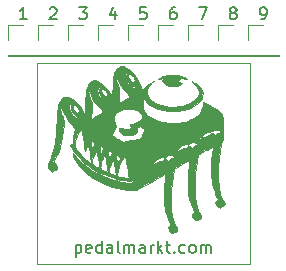
<source format=gbr>
G04 #@! TF.GenerationSoftware,KiCad,Pcbnew,(5.1.5-0-10_14)*
G04 #@! TF.CreationDate,2020-11-20T21:37:45+01:00*
G04 #@! TF.ProjectId,3pdt-breakout,33706474-2d62-4726-9561-6b6f75742e6b,rev?*
G04 #@! TF.SameCoordinates,Original*
G04 #@! TF.FileFunction,Legend,Top*
G04 #@! TF.FilePolarity,Positive*
%FSLAX46Y46*%
G04 Gerber Fmt 4.6, Leading zero omitted, Abs format (unit mm)*
G04 Created by KiCad (PCBNEW (5.1.5-0-10_14)) date 2020-11-20 21:37:45*
%MOMM*%
%LPD*%
G04 APERTURE LIST*
%ADD10C,0.010000*%
%ADD11C,0.120000*%
%ADD12C,0.150000*%
G04 APERTURE END LIST*
D10*
G36*
X234636419Y-57204876D02*
G01*
X234620740Y-57220555D01*
X234605061Y-57204876D01*
X234620740Y-57189197D01*
X234636419Y-57204876D01*
G37*
X234636419Y-57204876D02*
X234620740Y-57220555D01*
X234605061Y-57204876D01*
X234620740Y-57189197D01*
X234636419Y-57204876D01*
G36*
X233154926Y-56641784D02*
G01*
X233303469Y-56646860D01*
X233419456Y-56657188D01*
X233517946Y-56674299D01*
X233613999Y-56699721D01*
X233648642Y-56710486D01*
X233756812Y-56749742D01*
X233875029Y-56800051D01*
X233990481Y-56854893D01*
X234090354Y-56907747D01*
X234161835Y-56952091D01*
X234192112Y-56981405D01*
X234191027Y-56986524D01*
X234156708Y-56985280D01*
X234082409Y-56968676D01*
X234027256Y-56953141D01*
X233853707Y-56923975D01*
X233694220Y-56940825D01*
X233563949Y-57001728D01*
X233546974Y-57015306D01*
X233490866Y-57082933D01*
X233488436Y-57147078D01*
X233537161Y-57212015D01*
X233623886Y-57262069D01*
X233723900Y-57283224D01*
X233728512Y-57283271D01*
X233781216Y-57296332D01*
X233777734Y-57334292D01*
X233718612Y-57395318D01*
X233687839Y-57419563D01*
X233530306Y-57507711D01*
X233332834Y-57572331D01*
X233114942Y-57609847D01*
X232896149Y-57616686D01*
X232725000Y-57595910D01*
X232524950Y-57536148D01*
X232359507Y-57451422D01*
X232234094Y-57347765D01*
X232154136Y-57231210D01*
X232125056Y-57107790D01*
X232152276Y-56983539D01*
X232160239Y-56967630D01*
X232173501Y-56924944D01*
X232149752Y-56908117D01*
X232082963Y-56917191D01*
X231967102Y-56952205D01*
X231917544Y-56969294D01*
X231821601Y-57000333D01*
X231752164Y-57017774D01*
X231727262Y-57018641D01*
X231737197Y-56990660D01*
X231793017Y-56945274D01*
X231882779Y-56889348D01*
X231994539Y-56829751D01*
X232116354Y-56773349D01*
X232231819Y-56728533D01*
X232337579Y-56693834D01*
X232428830Y-56669633D01*
X232520992Y-56654061D01*
X232629484Y-56645249D01*
X232769726Y-56641329D01*
X232957139Y-56640432D01*
X232958765Y-56640432D01*
X233154926Y-56641784D01*
G37*
X233154926Y-56641784D02*
X233303469Y-56646860D01*
X233419456Y-56657188D01*
X233517946Y-56674299D01*
X233613999Y-56699721D01*
X233648642Y-56710486D01*
X233756812Y-56749742D01*
X233875029Y-56800051D01*
X233990481Y-56854893D01*
X234090354Y-56907747D01*
X234161835Y-56952091D01*
X234192112Y-56981405D01*
X234191027Y-56986524D01*
X234156708Y-56985280D01*
X234082409Y-56968676D01*
X234027256Y-56953141D01*
X233853707Y-56923975D01*
X233694220Y-56940825D01*
X233563949Y-57001728D01*
X233546974Y-57015306D01*
X233490866Y-57082933D01*
X233488436Y-57147078D01*
X233537161Y-57212015D01*
X233623886Y-57262069D01*
X233723900Y-57283224D01*
X233728512Y-57283271D01*
X233781216Y-57296332D01*
X233777734Y-57334292D01*
X233718612Y-57395318D01*
X233687839Y-57419563D01*
X233530306Y-57507711D01*
X233332834Y-57572331D01*
X233114942Y-57609847D01*
X232896149Y-57616686D01*
X232725000Y-57595910D01*
X232524950Y-57536148D01*
X232359507Y-57451422D01*
X232234094Y-57347765D01*
X232154136Y-57231210D01*
X232125056Y-57107790D01*
X232152276Y-56983539D01*
X232160239Y-56967630D01*
X232173501Y-56924944D01*
X232149752Y-56908117D01*
X232082963Y-56917191D01*
X231967102Y-56952205D01*
X231917544Y-56969294D01*
X231821601Y-57000333D01*
X231752164Y-57017774D01*
X231727262Y-57018641D01*
X231737197Y-56990660D01*
X231793017Y-56945274D01*
X231882779Y-56889348D01*
X231994539Y-56829751D01*
X232116354Y-56773349D01*
X232231819Y-56728533D01*
X232337579Y-56693834D01*
X232428830Y-56669633D01*
X232520992Y-56654061D01*
X232629484Y-56645249D01*
X232769726Y-56641329D01*
X232957139Y-56640432D01*
X232958765Y-56640432D01*
X233154926Y-56641784D01*
G36*
X228780092Y-55885435D02*
G01*
X228878024Y-55919308D01*
X228973674Y-55964856D01*
X229048773Y-56013155D01*
X229085051Y-56055280D01*
X229086049Y-56061630D01*
X229112857Y-56084333D01*
X229163297Y-56091667D01*
X229230130Y-56115361D01*
X229325700Y-56180927D01*
X229441081Y-56280086D01*
X229567346Y-56404563D01*
X229695571Y-56546079D01*
X229816828Y-56696358D01*
X229820158Y-56700774D01*
X230067764Y-57073430D01*
X230254775Y-57453581D01*
X230311108Y-57602904D01*
X230352283Y-57718690D01*
X230386733Y-57809852D01*
X230408777Y-57861560D01*
X230412484Y-57867567D01*
X230450633Y-57865679D01*
X230516365Y-57828325D01*
X230595146Y-57766510D01*
X230672440Y-57691236D01*
X230717979Y-57636291D01*
X230823818Y-57521810D01*
X230967938Y-57405052D01*
X231128601Y-57301933D01*
X231265432Y-57235494D01*
X231390864Y-57185686D01*
X231281111Y-57272638D01*
X231079968Y-57457150D01*
X230934357Y-57649897D01*
X230881306Y-57749509D01*
X230834567Y-57864609D01*
X230814998Y-57965899D01*
X230816535Y-58088164D01*
X230818257Y-58111049D01*
X230847526Y-58288483D01*
X230909867Y-58443173D01*
X231013817Y-58590949D01*
X231155338Y-58736072D01*
X231401045Y-58923610D01*
X231691078Y-59077294D01*
X232016445Y-59196296D01*
X232368153Y-59279787D01*
X232737212Y-59326938D01*
X233114630Y-59336919D01*
X233491415Y-59308901D01*
X233858576Y-59242056D01*
X234207120Y-59135554D01*
X234432592Y-59038251D01*
X234691612Y-58889626D01*
X234894525Y-58724412D01*
X235046855Y-58537617D01*
X235109736Y-58426607D01*
X235163188Y-58310754D01*
X235191024Y-58221689D01*
X235198922Y-58131852D01*
X235193191Y-58021453D01*
X235161797Y-57841271D01*
X235093672Y-57680489D01*
X234981052Y-57525083D01*
X234838844Y-57381520D01*
X234758322Y-57305570D01*
X234703180Y-57248926D01*
X234683055Y-57221627D01*
X234684379Y-57220555D01*
X234745510Y-57239131D01*
X234839227Y-57288170D01*
X234950231Y-57357640D01*
X235063220Y-57437508D01*
X235162891Y-57517740D01*
X235218328Y-57570647D01*
X235379735Y-57780158D01*
X235480889Y-57995557D01*
X235523545Y-58213308D01*
X235509453Y-58429874D01*
X235440366Y-58641718D01*
X235318036Y-58845304D01*
X235144216Y-59037095D01*
X234920657Y-59213554D01*
X234649112Y-59371145D01*
X234331333Y-59506330D01*
X234244444Y-59536353D01*
X233845822Y-59641648D01*
X233429565Y-59702665D01*
X233005192Y-59720536D01*
X232582225Y-59696393D01*
X232170184Y-59631369D01*
X231778590Y-59526595D01*
X231416964Y-59383205D01*
X231094825Y-59202331D01*
X231024283Y-59153351D01*
X230844338Y-59007348D01*
X230709107Y-58856686D01*
X230602524Y-58681244D01*
X230544129Y-58552047D01*
X230467291Y-58365123D01*
X230466546Y-58837642D01*
X230471408Y-59107592D01*
X230489466Y-59326837D01*
X230524516Y-59506682D01*
X230580356Y-59658429D01*
X230660781Y-59793382D01*
X230769588Y-59922844D01*
X230861362Y-60013171D01*
X231113957Y-60209950D01*
X231420905Y-60380940D01*
X231778632Y-60524383D01*
X232086066Y-60614864D01*
X232186594Y-60638829D01*
X232281051Y-60656661D01*
X232381162Y-60669207D01*
X232498650Y-60677313D01*
X232645236Y-60681827D01*
X232832644Y-60683593D01*
X233037160Y-60683557D01*
X233265083Y-60682505D01*
X233442286Y-60679942D01*
X233580760Y-60674831D01*
X233692501Y-60666136D01*
X233789499Y-60652821D01*
X233883750Y-60633850D01*
X233987247Y-60608187D01*
X234024938Y-60598216D01*
X234303812Y-60509546D01*
X234574690Y-60396797D01*
X234823153Y-60267310D01*
X235034784Y-60128426D01*
X235166128Y-60017206D01*
X235325797Y-59841064D01*
X235435230Y-59667372D01*
X235503164Y-59477241D01*
X235538339Y-59251783D01*
X235541947Y-59204784D01*
X235561481Y-58913517D01*
X236220000Y-59290744D01*
X236459048Y-59429581D01*
X236648947Y-59544469D01*
X236796455Y-59639884D01*
X236908327Y-59720305D01*
X236991318Y-59790208D01*
X237026634Y-59825296D01*
X237091021Y-59896636D01*
X237142981Y-59964769D01*
X237183842Y-60037234D01*
X237214929Y-60121574D01*
X237237568Y-60225330D01*
X237253087Y-60356043D01*
X237262809Y-60521256D01*
X237268063Y-60728510D01*
X237270175Y-60985345D01*
X237270493Y-61212029D01*
X237270389Y-61474095D01*
X237269716Y-61680823D01*
X237267937Y-61839588D01*
X237264516Y-61957768D01*
X237258913Y-62042741D01*
X237250593Y-62101882D01*
X237239016Y-62142569D01*
X237223646Y-62172179D01*
X237203945Y-62198090D01*
X237198131Y-62205031D01*
X237171048Y-62245066D01*
X237146610Y-62301816D01*
X237122684Y-62384058D01*
X237097140Y-62500567D01*
X237067845Y-62660118D01*
X237032668Y-62871487D01*
X237025643Y-62915113D01*
X236977128Y-63221240D01*
X236938344Y-63477892D01*
X236908216Y-63697371D01*
X236885666Y-63891980D01*
X236869618Y-64074022D01*
X236858995Y-64255799D01*
X236852721Y-64449614D01*
X236849718Y-64667769D01*
X236848911Y-64922567D01*
X236848910Y-64934630D01*
X236851647Y-65284703D01*
X236860860Y-65586205D01*
X236877961Y-65853076D01*
X236904364Y-66099254D01*
X236941484Y-66338681D01*
X236990735Y-66585295D01*
X237036409Y-66783044D01*
X237075121Y-66931328D01*
X237109585Y-67031043D01*
X237145567Y-67095534D01*
X237188833Y-67138145D01*
X237190333Y-67139246D01*
X237284423Y-67238241D01*
X237354897Y-67369429D01*
X237389303Y-67506465D01*
X237389848Y-67561339D01*
X237378164Y-67628271D01*
X237347691Y-67679166D01*
X237284943Y-67730109D01*
X237207777Y-67778512D01*
X237106513Y-67833117D01*
X237017207Y-67870676D01*
X236967159Y-67882154D01*
X236876717Y-67854067D01*
X236786090Y-67780039D01*
X236705859Y-67675911D01*
X236646605Y-67557528D01*
X236618910Y-67440733D01*
X236623988Y-67368318D01*
X236662383Y-67297793D01*
X236730093Y-67229210D01*
X236738341Y-67223100D01*
X236833200Y-67155555D01*
X236769408Y-67052337D01*
X236697784Y-66917497D01*
X236619830Y-66738819D01*
X236542362Y-66533785D01*
X236472198Y-66319879D01*
X236439730Y-66206778D01*
X236328680Y-65690730D01*
X236263806Y-65134042D01*
X236245152Y-64538561D01*
X236272764Y-63906135D01*
X236346688Y-63238613D01*
X236364063Y-63120468D01*
X236386475Y-62966071D01*
X236403394Y-62835278D01*
X236413452Y-62739854D01*
X236415284Y-62691560D01*
X236414258Y-62688188D01*
X236384475Y-62699313D01*
X236308288Y-62737886D01*
X236193433Y-62799701D01*
X236047646Y-62880549D01*
X235878664Y-62976224D01*
X235771758Y-63037610D01*
X235142809Y-63400583D01*
X235111414Y-63548285D01*
X235083925Y-63691847D01*
X235051733Y-63882757D01*
X235016986Y-64106019D01*
X234981833Y-64346640D01*
X234948425Y-64589628D01*
X234918910Y-64819987D01*
X234895436Y-65022725D01*
X234884638Y-65130389D01*
X234871253Y-65331350D01*
X234863249Y-65572626D01*
X234860340Y-65841209D01*
X234862241Y-66124093D01*
X234868666Y-66408269D01*
X234879331Y-66680729D01*
X234893950Y-66928467D01*
X234912238Y-67138474D01*
X234931939Y-67286481D01*
X234979909Y-67552582D01*
X235024634Y-67764419D01*
X235068678Y-67930176D01*
X235114606Y-68058036D01*
X235164982Y-68156182D01*
X235222372Y-68232796D01*
X235231709Y-68242901D01*
X235336476Y-68378735D01*
X235399463Y-68515964D01*
X235414986Y-68640797D01*
X235409458Y-68674085D01*
X235369897Y-68734300D01*
X235289683Y-68803336D01*
X235187432Y-68869508D01*
X235081759Y-68921131D01*
X234991280Y-68946520D01*
X234973993Y-68947413D01*
X234879520Y-68917700D01*
X234786784Y-68841575D01*
X234707571Y-68734532D01*
X234653670Y-68612063D01*
X234636537Y-68503878D01*
X234648766Y-68413297D01*
X234696137Y-68344719D01*
X234735698Y-68310861D01*
X234834976Y-68233164D01*
X234721430Y-68002847D01*
X234551774Y-67595718D01*
X234420603Y-67142857D01*
X234328288Y-66648343D01*
X234275202Y-66116252D01*
X234261719Y-65550661D01*
X234288211Y-64955647D01*
X234355052Y-64335289D01*
X234373936Y-64204264D01*
X234393185Y-64065909D01*
X234406146Y-63951894D01*
X234411488Y-63875530D01*
X234409240Y-63850331D01*
X234378937Y-63860977D01*
X234302267Y-63899248D01*
X234186926Y-63960973D01*
X234040608Y-64041984D01*
X233871005Y-64138111D01*
X233755930Y-64204400D01*
X233118162Y-64574012D01*
X233076950Y-64777839D01*
X233033254Y-65017485D01*
X232989184Y-65301382D01*
X232947047Y-65611124D01*
X232909152Y-65928304D01*
X232877804Y-66234516D01*
X232855312Y-66511352D01*
X232850926Y-66580926D01*
X232837041Y-67260896D01*
X232874335Y-67928607D01*
X232961991Y-68573764D01*
X233039251Y-68949320D01*
X233075051Y-69088901D01*
X233110142Y-69185528D01*
X233153570Y-69258196D01*
X233214381Y-69325903D01*
X233222248Y-69333600D01*
X233314637Y-69447217D01*
X233376664Y-69571938D01*
X233402414Y-69691024D01*
X233385973Y-69787738D01*
X233384053Y-69791471D01*
X233333155Y-69847395D01*
X233244517Y-69913197D01*
X233139012Y-69976448D01*
X233037515Y-70024718D01*
X232960901Y-70045581D01*
X232957077Y-70045693D01*
X232896855Y-70024135D01*
X232822527Y-69969678D01*
X232796210Y-69944074D01*
X232701367Y-69830731D01*
X232649441Y-69728844D01*
X232630344Y-69616350D01*
X232629506Y-69579452D01*
X232637568Y-69490204D01*
X232671358Y-69434880D01*
X232723580Y-69398160D01*
X232786393Y-69356284D01*
X232817058Y-69326473D01*
X232817654Y-69324034D01*
X232804434Y-69289133D01*
X232769410Y-69213405D01*
X232719536Y-69111758D01*
X232707450Y-69087770D01*
X232587921Y-68815073D01*
X232479210Y-68494186D01*
X232385794Y-68139313D01*
X232340191Y-67922496D01*
X232318622Y-67804040D01*
X232301954Y-67694730D01*
X232289607Y-67584060D01*
X232281003Y-67461527D01*
X232275560Y-67316624D01*
X232272701Y-67138848D01*
X232271845Y-66917693D01*
X232272251Y-66690679D01*
X232273983Y-66407395D01*
X232277576Y-66175506D01*
X232283632Y-65983705D01*
X232292753Y-65820684D01*
X232305540Y-65675134D01*
X232322594Y-65535748D01*
X232339776Y-65420679D01*
X232363149Y-65268991D01*
X232381413Y-65141518D01*
X232392988Y-65050005D01*
X232396295Y-65006198D01*
X232395801Y-65004168D01*
X232367751Y-65017543D01*
X232290903Y-65059342D01*
X232170685Y-65126487D01*
X232012527Y-65215896D01*
X231821860Y-65324491D01*
X231604111Y-65449190D01*
X231364712Y-65586913D01*
X231152049Y-65709724D01*
X229917037Y-66424136D01*
X229540740Y-66421214D01*
X229158884Y-66397339D01*
X228743533Y-66334005D01*
X228306388Y-66235233D01*
X227859152Y-66105042D01*
X227413526Y-65947455D01*
X226981213Y-65766492D01*
X226573913Y-65566173D01*
X226203330Y-65350519D01*
X225978191Y-65197105D01*
X225565516Y-64858675D01*
X225187902Y-64475081D01*
X224855204Y-64056899D01*
X224702103Y-63827494D01*
X224625610Y-63702511D01*
X224577619Y-63613142D01*
X224552171Y-63542603D01*
X224543303Y-63474110D01*
X224545054Y-63390879D01*
X224545313Y-63386049D01*
X224554814Y-63210695D01*
X224740233Y-63462019D01*
X224898795Y-63657536D01*
X225095664Y-63870351D01*
X225315282Y-64085641D01*
X225542089Y-64288588D01*
X225760524Y-64464369D01*
X225888003Y-64555273D01*
X226203101Y-64749315D01*
X226564150Y-64942920D01*
X226954789Y-65128552D01*
X227358655Y-65298678D01*
X227759386Y-65445761D01*
X227965455Y-65511962D01*
X228168441Y-65569009D01*
X228395645Y-65625212D01*
X228632245Y-65677591D01*
X228863419Y-65723167D01*
X229074346Y-65758963D01*
X229250202Y-65782000D01*
X229343487Y-65788903D01*
X229572098Y-65796975D01*
X229582274Y-65671941D01*
X229596687Y-65581689D01*
X229619535Y-65515938D01*
X229625312Y-65507311D01*
X229646613Y-65471526D01*
X229630338Y-65467659D01*
X229589417Y-65490450D01*
X229536781Y-65534636D01*
X229522688Y-65549069D01*
X229475047Y-65594056D01*
X229426942Y-65615641D01*
X229357124Y-65618699D01*
X229258518Y-65609678D01*
X228976796Y-65568409D01*
X228655459Y-65503957D01*
X228311288Y-65420571D01*
X227961068Y-65322500D01*
X227621580Y-65213991D01*
X227508820Y-65173851D01*
X228293984Y-65173851D01*
X228556745Y-65241903D01*
X228752909Y-65291851D01*
X228929909Y-65335297D01*
X229077133Y-65369751D01*
X229183970Y-65392721D01*
X229236921Y-65401526D01*
X229261850Y-65386160D01*
X229266199Y-65326968D01*
X229260490Y-65271728D01*
X229250348Y-65193828D01*
X229234152Y-65068393D01*
X229213790Y-64910098D01*
X229191152Y-64733618D01*
X229180360Y-64649323D01*
X229154112Y-64464765D01*
X229125996Y-64294986D01*
X231070946Y-64294986D01*
X231076430Y-64297471D01*
X231102123Y-64278474D01*
X231148393Y-64253906D01*
X231243161Y-64211881D01*
X231376103Y-64156688D01*
X231536890Y-64092614D01*
X231713605Y-64024552D01*
X231912555Y-63948194D01*
X232059708Y-63888902D01*
X232162472Y-63843044D01*
X232228251Y-63806987D01*
X232264451Y-63777098D01*
X232278478Y-63749744D01*
X232278909Y-63747266D01*
X232288169Y-63701137D01*
X232307018Y-63685916D01*
X232349582Y-63702436D01*
X232429986Y-63751525D01*
X232438059Y-63756621D01*
X232521517Y-63824754D01*
X232573489Y-63897222D01*
X232579144Y-63913411D01*
X232606898Y-63979865D01*
X232640874Y-63984009D01*
X232680656Y-63925893D01*
X232692485Y-63899180D01*
X232764109Y-63783561D01*
X232862797Y-63698614D01*
X232971957Y-63656519D01*
X233024757Y-63655284D01*
X233091676Y-63659300D01*
X233109419Y-63643615D01*
X233095457Y-63609336D01*
X233017117Y-63523323D01*
X232899394Y-63463141D01*
X232762031Y-63433700D01*
X232624768Y-63439908D01*
X232535432Y-63470050D01*
X232331074Y-63555238D01*
X232116466Y-63611451D01*
X232010752Y-63625905D01*
X231852839Y-63661655D01*
X231708484Y-63734839D01*
X231597307Y-63834060D01*
X231562077Y-63886483D01*
X231513317Y-63944128D01*
X231429032Y-64014609D01*
X231344007Y-64072175D01*
X231241415Y-64139764D01*
X231153356Y-64206939D01*
X231107033Y-64250538D01*
X231070946Y-64294986D01*
X229125996Y-64294986D01*
X229122019Y-64270974D01*
X229086384Y-64078863D01*
X229049512Y-63899349D01*
X229013708Y-63743346D01*
X228981277Y-63621768D01*
X228954523Y-63545530D01*
X228943437Y-63527244D01*
X228913456Y-63536425D01*
X228862691Y-63593531D01*
X228796470Y-63689464D01*
X228720120Y-63815126D01*
X228638969Y-63961420D01*
X228558344Y-64119248D01*
X228483572Y-64279512D01*
X228433988Y-64397221D01*
X228365372Y-64592584D01*
X228325886Y-64769765D01*
X228310049Y-64920969D01*
X228293984Y-65173851D01*
X227508820Y-65173851D01*
X227439753Y-65149265D01*
X226872031Y-64916793D01*
X226359524Y-64660335D01*
X225898341Y-64376876D01*
X225484593Y-64063404D01*
X225114388Y-63716904D01*
X224783838Y-63334365D01*
X224489050Y-62912771D01*
X224431317Y-62818981D01*
X224374988Y-62719576D01*
X224334850Y-62637563D01*
X224319901Y-62591694D01*
X224695926Y-62591694D01*
X224702239Y-62675582D01*
X224726793Y-62752046D01*
X224778008Y-62840702D01*
X224841100Y-62929874D01*
X224971062Y-63092565D01*
X225136257Y-63278642D01*
X225322195Y-63473263D01*
X225514388Y-63661588D01*
X225698349Y-63828774D01*
X225807307Y-63919607D01*
X225912418Y-64001074D01*
X225998323Y-64063584D01*
X226054140Y-64099457D01*
X226069479Y-64104615D01*
X226070676Y-64070471D01*
X226065819Y-63996932D01*
X226169753Y-63996932D01*
X226173072Y-64103325D01*
X226188136Y-64168310D01*
X226222598Y-64213063D01*
X226257797Y-64240459D01*
X226328473Y-64287427D01*
X226423805Y-64346473D01*
X226529943Y-64409593D01*
X226633039Y-64468781D01*
X226719243Y-64516033D01*
X226774707Y-64543344D01*
X226787638Y-64546703D01*
X226786234Y-64514609D01*
X226777452Y-64430259D01*
X226777289Y-64428875D01*
X226875157Y-64428875D01*
X226880740Y-64507335D01*
X226893160Y-64559713D01*
X226918215Y-64600760D01*
X226967378Y-64639833D01*
X227052120Y-64686291D01*
X227168994Y-64742484D01*
X227307174Y-64806757D01*
X227398498Y-64846610D01*
X227452487Y-64865090D01*
X227478666Y-64865247D01*
X227486558Y-64850127D01*
X227486790Y-64844205D01*
X227484523Y-64821507D01*
X227596052Y-64821507D01*
X227626166Y-64898466D01*
X227695633Y-64956971D01*
X227811401Y-65010847D01*
X227864571Y-65031327D01*
X228002760Y-65081865D01*
X228092930Y-65109515D01*
X228145202Y-65114912D01*
X228169695Y-65098692D01*
X228176528Y-65061489D01*
X228176666Y-65050920D01*
X228170819Y-64927824D01*
X228154757Y-64776097D01*
X228130703Y-64607004D01*
X228100877Y-64431811D01*
X228067501Y-64261782D01*
X228032797Y-64108183D01*
X227998986Y-63982279D01*
X227968288Y-63895336D01*
X227942926Y-63858617D01*
X227941481Y-63858232D01*
X227909273Y-63881837D01*
X227863169Y-63952313D01*
X227808898Y-64056964D01*
X227752192Y-64183093D01*
X227698781Y-64318006D01*
X227654396Y-64449007D01*
X227626087Y-64556936D01*
X227598342Y-64712272D01*
X227596052Y-64821507D01*
X227484523Y-64821507D01*
X227482870Y-64804964D01*
X227472060Y-64714955D01*
X227455781Y-64585570D01*
X227435457Y-64428205D01*
X227423173Y-64334637D01*
X227386998Y-64080698D01*
X227350315Y-63860549D01*
X227314475Y-63680691D01*
X227280830Y-63547626D01*
X227250733Y-63467857D01*
X227239668Y-63452002D01*
X227214195Y-63464482D01*
X227170931Y-63522045D01*
X227116925Y-63612184D01*
X227059221Y-63722394D01*
X227004865Y-63840168D01*
X226966686Y-63936526D01*
X226917810Y-64103620D01*
X226886132Y-64275497D01*
X226875157Y-64428875D01*
X226777289Y-64428875D01*
X226762459Y-64303532D01*
X226742421Y-64144304D01*
X226719081Y-63966730D01*
X226690970Y-63768519D01*
X226661056Y-63577391D01*
X226631821Y-63407891D01*
X226605749Y-63274569D01*
X226588974Y-63204229D01*
X226558866Y-63102655D01*
X226537222Y-63052758D01*
X226517247Y-63045384D01*
X226492143Y-63071378D01*
X226491234Y-63072587D01*
X226394313Y-63229523D01*
X226306182Y-63422683D01*
X226234367Y-63630429D01*
X226186393Y-63831122D01*
X226169753Y-63996932D01*
X226065819Y-63996932D01*
X226065064Y-63985501D01*
X226053624Y-63861106D01*
X226037337Y-63708691D01*
X226029736Y-63642869D01*
X225993710Y-63362129D01*
X225957082Y-63123869D01*
X225920721Y-62932154D01*
X225885495Y-62791049D01*
X225852274Y-62704617D01*
X225823313Y-62676852D01*
X225795575Y-62702964D01*
X225750791Y-62771796D01*
X225698125Y-62869086D01*
X225692359Y-62880679D01*
X225640896Y-62979986D01*
X225598553Y-63052525D01*
X225573672Y-63084135D01*
X225572308Y-63084506D01*
X225561562Y-63055319D01*
X225546780Y-62975866D01*
X225529918Y-62858311D01*
X225513064Y-62716049D01*
X225475122Y-62402021D01*
X225468584Y-62357589D01*
X226075679Y-62357589D01*
X226085699Y-62498198D01*
X226111121Y-62647447D01*
X226127397Y-62710358D01*
X226179116Y-62880679D01*
X226239860Y-62747688D01*
X226812541Y-62747688D01*
X226817772Y-62847445D01*
X226832343Y-62961026D01*
X226853459Y-63074335D01*
X226878324Y-63173273D01*
X226904142Y-63243742D01*
X226928117Y-63271643D01*
X226936770Y-63267500D01*
X226952368Y-63235634D01*
X226985525Y-63160309D01*
X227001091Y-63123724D01*
X227519998Y-63123724D01*
X227525914Y-63226619D01*
X227537634Y-63342332D01*
X227553665Y-63454517D01*
X227572511Y-63546822D01*
X227582651Y-63580771D01*
X227607659Y-63638922D01*
X227631667Y-63657400D01*
X227660212Y-63631296D01*
X227698834Y-63555700D01*
X227700028Y-63552841D01*
X228218030Y-63552841D01*
X228223488Y-63648443D01*
X228238580Y-63760266D01*
X228260376Y-63874112D01*
X228285950Y-63975786D01*
X228312371Y-64051089D01*
X228336714Y-64085824D01*
X228347881Y-64082809D01*
X228363476Y-64050945D01*
X228396638Y-63975609D01*
X228441020Y-63871305D01*
X228454674Y-63838690D01*
X228503435Y-63720169D01*
X228525611Y-63644015D01*
X228516703Y-63593894D01*
X228472211Y-63553476D01*
X228387635Y-63506427D01*
X228358968Y-63491327D01*
X228285462Y-63454611D01*
X228248846Y-63447722D01*
X228231107Y-63470166D01*
X228225132Y-63487658D01*
X228218030Y-63552841D01*
X227700028Y-63552841D01*
X227750583Y-63431877D01*
X227791170Y-63328043D01*
X227820271Y-63247680D01*
X227831114Y-63209938D01*
X233073793Y-63209938D01*
X233079104Y-63229762D01*
X233121899Y-63201310D01*
X233134772Y-63190067D01*
X233187759Y-63157862D01*
X233288844Y-63109583D01*
X233426975Y-63050017D01*
X233591105Y-62983949D01*
X233750184Y-62923524D01*
X233951676Y-62847731D01*
X234099908Y-62788420D01*
X234201236Y-62742600D01*
X234262017Y-62707281D01*
X234288606Y-62679473D01*
X234291110Y-62669012D01*
X234309847Y-62622589D01*
X234330679Y-62614253D01*
X234406780Y-62637338D01*
X234492387Y-62693497D01*
X234562911Y-62763648D01*
X234591940Y-62816990D01*
X234618458Y-62882617D01*
X234650187Y-62886216D01*
X234688129Y-62827677D01*
X234697852Y-62805381D01*
X234779128Y-62674366D01*
X234890314Y-62593704D01*
X235013576Y-62568524D01*
X235090541Y-62565901D01*
X235116540Y-62552268D01*
X235103278Y-62518980D01*
X235095941Y-62507690D01*
X235019125Y-62433682D01*
X234907433Y-62371811D01*
X234788683Y-62335916D01*
X234742612Y-62331913D01*
X234660428Y-62345058D01*
X234550401Y-62379034D01*
X234465519Y-62413624D01*
X234328189Y-62464692D01*
X234173201Y-62505479D01*
X234091118Y-62519632D01*
X233909210Y-62554596D01*
X233769882Y-62613672D01*
X233654809Y-62706009D01*
X233604762Y-62762432D01*
X233529975Y-62838889D01*
X233423562Y-62929376D01*
X233307481Y-63015331D01*
X233297936Y-63021790D01*
X233197594Y-63093575D01*
X233119408Y-63157836D01*
X233077124Y-63203034D01*
X233073793Y-63209938D01*
X227831114Y-63209938D01*
X227831721Y-63207828D01*
X227831728Y-63207511D01*
X227807203Y-63181307D01*
X227746512Y-63137839D01*
X227668983Y-63089065D01*
X227593941Y-63046943D01*
X227540715Y-63023431D01*
X227531556Y-63021790D01*
X227521380Y-63049998D01*
X227519998Y-63123724D01*
X227001091Y-63123724D01*
X227029887Y-63056047D01*
X227043385Y-63023806D01*
X227087625Y-62915166D01*
X227119404Y-62832098D01*
X227133437Y-62788599D01*
X227133415Y-62785370D01*
X227104559Y-62768117D01*
X227038155Y-62729414D01*
X226981069Y-62696394D01*
X226896938Y-62649384D01*
X226851758Y-62632397D01*
X226830502Y-62643525D01*
X226819446Y-62675856D01*
X226812541Y-62747688D01*
X226239860Y-62747688D01*
X226267027Y-62688212D01*
X226315294Y-62577409D01*
X226353883Y-62479549D01*
X226372767Y-62421669D01*
X226375352Y-62374744D01*
X226349040Y-62334948D01*
X226282356Y-62289110D01*
X226233137Y-62261367D01*
X226075679Y-62175142D01*
X226075679Y-62357589D01*
X225468584Y-62357589D01*
X225431187Y-62103473D01*
X225383380Y-61832568D01*
X225361689Y-61731410D01*
X227863673Y-61731410D01*
X227891664Y-61768357D01*
X227973627Y-61831630D01*
X228107342Y-61919705D01*
X228290587Y-62031058D01*
X228357562Y-62070333D01*
X228516182Y-62162109D01*
X228656237Y-62242067D01*
X228768703Y-62305143D01*
X228844556Y-62346273D01*
X228874382Y-62360395D01*
X228894058Y-62336998D01*
X228897901Y-62306417D01*
X228904165Y-62286532D01*
X228927934Y-62268624D01*
X228976674Y-62250911D01*
X229057853Y-62231612D01*
X229178937Y-62208942D01*
X229347391Y-62181121D01*
X229459919Y-62163599D01*
X235049781Y-62163599D01*
X235060038Y-62165315D01*
X235109342Y-62128331D01*
X235117480Y-62121934D01*
X235172765Y-62090382D01*
X235275801Y-62042451D01*
X235415315Y-61982968D01*
X235580037Y-61916763D01*
X235732970Y-61858243D01*
X235941261Y-61778536D01*
X236094252Y-61715531D01*
X236196470Y-61667110D01*
X236252440Y-61631157D01*
X236267037Y-61608508D01*
X236276242Y-61555463D01*
X236310782Y-61542054D01*
X236381039Y-61567125D01*
X236427150Y-61590693D01*
X236526750Y-61662608D01*
X236570487Y-61743950D01*
X236593554Y-61811744D01*
X236624857Y-61821834D01*
X236667767Y-61773260D01*
X236705719Y-61705399D01*
X236785266Y-61596621D01*
X236888011Y-61521443D01*
X236996733Y-61490793D01*
X237039333Y-61493691D01*
X237099849Y-61496566D01*
X237106195Y-61470742D01*
X237058428Y-61414794D01*
X237043148Y-61400557D01*
X236921683Y-61311999D01*
X236796503Y-61270894D01*
X236655756Y-61276475D01*
X236487588Y-61327976D01*
X236413174Y-61359815D01*
X236264044Y-61416942D01*
X236129076Y-61449568D01*
X236071738Y-61454577D01*
X235899170Y-61482028D01*
X235735872Y-61555374D01*
X235605838Y-61663717D01*
X235602381Y-61667774D01*
X235547827Y-61735748D01*
X235513431Y-61784440D01*
X235509604Y-61791728D01*
X235479272Y-61820004D01*
X235409281Y-61870001D01*
X235313977Y-61931554D01*
X235300863Y-61939637D01*
X235198752Y-62007753D01*
X235116480Y-62072699D01*
X235070863Y-62121108D01*
X235069508Y-62123476D01*
X235049781Y-62163599D01*
X229459919Y-62163599D01*
X229564259Y-62147352D01*
X229762042Y-62116061D01*
X229938922Y-62086263D01*
X230085463Y-62059697D01*
X230192228Y-62038101D01*
X230249781Y-62023213D01*
X230256643Y-62019821D01*
X230280958Y-61981244D01*
X230322429Y-61900894D01*
X230375259Y-61791563D01*
X230433650Y-61666041D01*
X230491804Y-61537119D01*
X230543923Y-61417586D01*
X230584210Y-61320235D01*
X230606865Y-61257854D01*
X230609252Y-61241948D01*
X230577429Y-61220634D01*
X230505885Y-61176831D01*
X230409196Y-61119440D01*
X230394604Y-61110898D01*
X230193470Y-60993362D01*
X230079079Y-61058996D01*
X230011180Y-61102702D01*
X229977309Y-61147385D01*
X229965647Y-61216331D01*
X229964381Y-61285030D01*
X229940138Y-61443280D01*
X229867103Y-61567633D01*
X229743810Y-61659033D01*
X229568791Y-61718423D01*
X229340581Y-61746749D01*
X229242839Y-61749542D01*
X229094389Y-61748563D01*
X228987804Y-61740498D01*
X228902327Y-61721643D01*
X228817197Y-61688298D01*
X228767857Y-61664828D01*
X228623613Y-61572631D01*
X228534640Y-61460267D01*
X228494301Y-61317598D01*
X228490247Y-61240771D01*
X228490247Y-61115527D01*
X228686234Y-61176703D01*
X228885006Y-61228459D01*
X229065944Y-61255971D01*
X229217323Y-61258434D01*
X229327416Y-61235042D01*
X229351352Y-61222399D01*
X229412307Y-61148934D01*
X229432906Y-61050152D01*
X229411557Y-60950040D01*
X229373137Y-60894310D01*
X229346916Y-60864551D01*
X229347452Y-60844546D01*
X229384444Y-60829108D01*
X229467593Y-60813047D01*
X229549289Y-60800080D01*
X229804570Y-60741431D01*
X230016522Y-60655113D01*
X230183563Y-60546650D01*
X230304109Y-60421566D01*
X230376580Y-60285384D01*
X230399392Y-60143628D01*
X230370965Y-60001821D01*
X230289714Y-59865486D01*
X230154060Y-59740147D01*
X229962418Y-59631328D01*
X229892405Y-59602202D01*
X229642921Y-59528222D01*
X229381215Y-59490202D01*
X229117665Y-59486459D01*
X228862650Y-59515312D01*
X228626548Y-59575076D01*
X228419736Y-59664070D01*
X228252593Y-59780610D01*
X228161034Y-59882904D01*
X228120199Y-59943891D01*
X228093291Y-59998132D01*
X228077409Y-60060698D01*
X228069654Y-60146660D01*
X228067127Y-60271088D01*
X228066913Y-60372111D01*
X228068014Y-60529595D01*
X228072853Y-60638573D01*
X228083736Y-60713239D01*
X228102967Y-60767787D01*
X228132851Y-60816410D01*
X228140849Y-60827403D01*
X228214785Y-60927407D01*
X228038935Y-61303540D01*
X227973353Y-61447667D01*
X227918972Y-61574514D01*
X227880850Y-61671733D01*
X227864046Y-61726978D01*
X227863673Y-61731410D01*
X225361689Y-61731410D01*
X225333825Y-61601469D01*
X225290440Y-61440635D01*
X225223148Y-61223555D01*
X225125999Y-61377919D01*
X225015370Y-61574208D01*
X224913131Y-61793743D01*
X224824677Y-62021295D01*
X224755404Y-62241636D01*
X224710709Y-62439537D01*
X224695926Y-62591694D01*
X224319901Y-62591694D01*
X224319629Y-62590862D01*
X224345901Y-62551899D01*
X224410643Y-62510636D01*
X224425966Y-62503789D01*
X224532303Y-62459359D01*
X224543621Y-62102810D01*
X224549678Y-61945036D01*
X224558937Y-61830769D01*
X224575736Y-61740807D01*
X224604414Y-61655952D01*
X224649310Y-61557003D01*
X224681927Y-61490745D01*
X224808914Y-61235229D01*
X224671644Y-61101534D01*
X224435321Y-60854698D01*
X224215714Y-60592999D01*
X224018138Y-60324902D01*
X223847906Y-60058867D01*
X223710333Y-59803360D01*
X223610732Y-59566841D01*
X223554418Y-59357775D01*
X223552361Y-59343389D01*
X224220310Y-59343389D01*
X224240242Y-59495693D01*
X224290330Y-59660474D01*
X224367674Y-59825481D01*
X224469374Y-59978463D01*
X224490702Y-60004557D01*
X224578547Y-60092860D01*
X224687434Y-60180986D01*
X224797327Y-60254375D01*
X224888187Y-60298468D01*
X224899911Y-60301905D01*
X224953172Y-60316283D01*
X224968267Y-60321362D01*
X224998109Y-60314321D01*
X225052595Y-60295143D01*
X225125726Y-60248877D01*
X225164855Y-60202260D01*
X225184118Y-60161932D01*
X225172267Y-60156701D01*
X225118653Y-60184917D01*
X225104623Y-60192919D01*
X225045848Y-60222769D01*
X224998301Y-60228199D01*
X224938111Y-60207034D01*
X224868419Y-60171398D01*
X224705502Y-60057686D01*
X224562349Y-59905866D01*
X224448957Y-59731108D01*
X224375325Y-59548584D01*
X224351294Y-59386728D01*
X224357902Y-59341142D01*
X224555942Y-59341142D01*
X224587246Y-59510070D01*
X224675325Y-59660218D01*
X224815123Y-59783306D01*
X224832829Y-59794466D01*
X224905067Y-59837217D01*
X224946488Y-59849732D01*
X224980620Y-59833078D01*
X225014876Y-59802732D01*
X225059903Y-59736220D01*
X225071533Y-59685140D01*
X225048584Y-59572177D01*
X224989639Y-59452199D01*
X224906249Y-59338739D01*
X224809965Y-59245333D01*
X224712340Y-59185516D01*
X224633209Y-59171549D01*
X224587014Y-59182257D01*
X224563920Y-59211901D01*
X224556282Y-59277261D01*
X224555942Y-59341142D01*
X224357902Y-59341142D01*
X224370602Y-59253544D01*
X224429236Y-59169206D01*
X224527214Y-59133691D01*
X224551835Y-59132441D01*
X224613111Y-59128844D01*
X224618588Y-59116151D01*
X224592997Y-59098957D01*
X224487012Y-59066064D01*
X224374991Y-59074842D01*
X224284848Y-59122931D01*
X224282517Y-59125212D01*
X224233435Y-59215812D01*
X224220310Y-59343389D01*
X223552361Y-59343389D01*
X223547829Y-59311708D01*
X223531107Y-59203757D01*
X223513716Y-59153440D01*
X223497650Y-59155731D01*
X223484905Y-59205605D01*
X223477477Y-59298037D01*
X223477359Y-59428000D01*
X223479527Y-59483748D01*
X223488934Y-59626852D01*
X223504890Y-59738752D01*
X223533334Y-59842661D01*
X223580206Y-59961796D01*
X223630582Y-60074136D01*
X223692482Y-60216932D01*
X223737129Y-60344869D01*
X223765501Y-60470136D01*
X223778576Y-60604922D01*
X223777329Y-60761418D01*
X223762739Y-60951813D01*
X223735782Y-61188297D01*
X223726057Y-61265164D01*
X223647801Y-61798384D01*
X223556202Y-62284321D01*
X223452030Y-62720222D01*
X223336059Y-63103336D01*
X223209060Y-63430912D01*
X223071805Y-63700198D01*
X223019768Y-63782735D01*
X222880289Y-63990707D01*
X222986253Y-64056196D01*
X223070936Y-64132701D01*
X223148100Y-64242489D01*
X223203252Y-64361002D01*
X223222098Y-64455916D01*
X223213615Y-64533164D01*
X223180930Y-64595278D01*
X223113188Y-64654948D01*
X222999538Y-64724864D01*
X222985151Y-64732952D01*
X222881134Y-64789644D01*
X222813874Y-64818710D01*
X222765778Y-64823819D01*
X222719251Y-64808639D01*
X222690637Y-64794359D01*
X222592869Y-64717120D01*
X222503771Y-64600943D01*
X222439599Y-64469147D01*
X222423115Y-64410616D01*
X222418934Y-64345948D01*
X222434411Y-64266072D01*
X222473383Y-64156999D01*
X222526300Y-64034320D01*
X222672572Y-63669368D01*
X222801130Y-63263186D01*
X222912483Y-62812819D01*
X223007140Y-62315315D01*
X223085611Y-61767720D01*
X223148405Y-61167078D01*
X223196031Y-60510437D01*
X223221062Y-60005098D01*
X223233204Y-59735865D01*
X223246567Y-59519843D01*
X223263329Y-59347537D01*
X223285669Y-59209448D01*
X223315764Y-59096080D01*
X223355792Y-58997937D01*
X223407931Y-58905521D01*
X223474359Y-58809335D01*
X223504594Y-58768771D01*
X223631072Y-58622067D01*
X223752190Y-58529104D01*
X223878792Y-58483035D01*
X223969952Y-58474994D01*
X224104701Y-58491682D01*
X224231681Y-58536006D01*
X224329211Y-58599016D01*
X224361324Y-58636565D01*
X224419826Y-58683429D01*
X224467696Y-58694383D01*
X224526160Y-58717077D01*
X224614709Y-58779112D01*
X224723558Y-58871418D01*
X224842925Y-58984922D01*
X224963024Y-59110554D01*
X225074071Y-59239242D01*
X225123568Y-59302463D01*
X225217019Y-59435779D01*
X225314250Y-59588607D01*
X225381593Y-59705147D01*
X225438085Y-59805636D01*
X225484362Y-59880330D01*
X225511912Y-59915663D01*
X225514426Y-59916813D01*
X225525395Y-59894180D01*
X225536758Y-59823992D01*
X225548699Y-59703735D01*
X225561402Y-59530896D01*
X225575052Y-59302959D01*
X225589833Y-59017411D01*
X225605929Y-58671737D01*
X225606317Y-58663025D01*
X225619607Y-58389487D01*
X225633840Y-58169299D01*
X225651122Y-57993107D01*
X225660945Y-57931130D01*
X225860005Y-57931130D01*
X225860821Y-58058875D01*
X225862116Y-58088416D01*
X225872005Y-58226208D01*
X225889729Y-58339587D01*
X225920992Y-58450955D01*
X225971503Y-58582714D01*
X226012475Y-58678704D01*
X226094866Y-58886009D01*
X226143997Y-59055747D01*
X226162588Y-59181377D01*
X226163145Y-59274788D01*
X226156474Y-59414469D01*
X226144084Y-59584583D01*
X226127479Y-59769297D01*
X226108168Y-59952773D01*
X226087658Y-60119178D01*
X226067453Y-60252675D01*
X226054518Y-60317160D01*
X226049493Y-60371428D01*
X226059708Y-60387716D01*
X226094364Y-60372795D01*
X226170698Y-60332454D01*
X226276481Y-60273327D01*
X226368849Y-60220024D01*
X226521146Y-60131157D01*
X226684379Y-60036124D01*
X226831810Y-59950485D01*
X226884021Y-59920229D01*
X227112240Y-59788127D01*
X226889341Y-59546995D01*
X226610201Y-59224653D01*
X226374643Y-58909824D01*
X226185322Y-58607050D01*
X226044896Y-58320874D01*
X225956022Y-58055838D01*
X225950040Y-58023436D01*
X226609165Y-58023436D01*
X226644903Y-58187037D01*
X226713530Y-58357761D01*
X226809741Y-58524853D01*
X226928230Y-58677560D01*
X227063690Y-58805126D01*
X227210817Y-58896799D01*
X227220247Y-58901076D01*
X227326390Y-58937596D01*
X227407877Y-58933554D01*
X227489391Y-58887104D01*
X227498240Y-58880255D01*
X227554809Y-58826498D01*
X227580695Y-58783629D01*
X227580864Y-58781321D01*
X227561906Y-58774017D01*
X227519402Y-58803001D01*
X227433862Y-58842490D01*
X227330017Y-58832249D01*
X227215602Y-58779603D01*
X227098357Y-58691876D01*
X226986018Y-58576391D01*
X226886322Y-58440471D01*
X226807008Y-58291441D01*
X226755814Y-58136624D01*
X226744281Y-58069333D01*
X226744467Y-57921376D01*
X226784278Y-57818482D01*
X226862300Y-57763080D01*
X226927928Y-57753642D01*
X226993461Y-57756239D01*
X227004859Y-57772451D01*
X226970694Y-57814908D01*
X226970019Y-57815654D01*
X226928262Y-57905387D01*
X226932605Y-58019925D01*
X226978314Y-58147342D01*
X227060653Y-58275712D01*
X227174890Y-58393111D01*
X227210454Y-58421280D01*
X227302017Y-58465447D01*
X227375525Y-58456357D01*
X227424817Y-58402330D01*
X227443736Y-58311687D01*
X227426120Y-58192748D01*
X227411579Y-58149591D01*
X227341643Y-58019292D01*
X227242578Y-57903493D01*
X227124995Y-57807668D01*
X226999505Y-57737292D01*
X226876720Y-57697839D01*
X226767252Y-57694783D01*
X226681712Y-57733599D01*
X226657580Y-57760619D01*
X226611622Y-57877712D01*
X226609165Y-58023436D01*
X225950040Y-58023436D01*
X225927910Y-57903571D01*
X225911818Y-57807685D01*
X225894855Y-57768471D01*
X225879149Y-57779955D01*
X225866823Y-57836166D01*
X225860005Y-57931130D01*
X225660945Y-57931130D01*
X225673559Y-57851554D01*
X225703257Y-57735287D01*
X225742322Y-57634950D01*
X225792860Y-57541187D01*
X225856977Y-57444645D01*
X225891290Y-57397163D01*
X226011638Y-57251844D01*
X226125836Y-57158369D01*
X226246675Y-57108794D01*
X226377657Y-57095123D01*
X226459599Y-57108398D01*
X226557530Y-57142271D01*
X226653180Y-57187819D01*
X226728280Y-57236118D01*
X226764558Y-57278243D01*
X226765555Y-57284593D01*
X226792572Y-57306563D01*
X226850019Y-57314630D01*
X226915058Y-57338704D01*
X227008331Y-57405169D01*
X227121610Y-57505387D01*
X227246667Y-57630721D01*
X227375275Y-57772532D01*
X227499205Y-57922184D01*
X227610231Y-58071038D01*
X227694984Y-58201682D01*
X227767852Y-58324201D01*
X227815368Y-58398768D01*
X227843942Y-58431507D01*
X227859985Y-58428543D01*
X227869909Y-58396002D01*
X227874169Y-58372869D01*
X227880503Y-58313852D01*
X227888728Y-58202069D01*
X227898262Y-58047422D01*
X227908523Y-57859812D01*
X227918929Y-57649140D01*
X227926254Y-57487099D01*
X227939357Y-57207195D01*
X227953049Y-56981040D01*
X227969277Y-56799682D01*
X227980890Y-56718090D01*
X228178990Y-56718090D01*
X228182610Y-56865453D01*
X228192525Y-57003411D01*
X228210309Y-57117014D01*
X228241670Y-57228703D01*
X228292315Y-57360918D01*
X228332726Y-57455741D01*
X228392812Y-57602727D01*
X228437404Y-57737643D01*
X228467044Y-57870932D01*
X228482275Y-58013040D01*
X228483639Y-58174412D01*
X228471681Y-58365492D01*
X228446941Y-58596725D01*
X228409964Y-58878557D01*
X228407569Y-58895853D01*
X228386145Y-59050287D01*
X228537235Y-58965841D01*
X228625776Y-58915780D01*
X228750971Y-58844248D01*
X228895262Y-58761306D01*
X229023160Y-58687408D01*
X229357994Y-58493421D01*
X229097841Y-58197573D01*
X228830742Y-57872556D01*
X228611412Y-57560188D01*
X228442057Y-57264277D01*
X228324880Y-56988628D01*
X228276093Y-56800473D01*
X228929659Y-56800473D01*
X228965397Y-56964074D01*
X229034024Y-57134798D01*
X229130235Y-57301890D01*
X229248724Y-57454597D01*
X229384184Y-57582163D01*
X229531311Y-57673836D01*
X229540740Y-57678114D01*
X229646884Y-57714633D01*
X229728370Y-57710591D01*
X229809884Y-57664141D01*
X229818734Y-57657292D01*
X229875303Y-57603535D01*
X229901189Y-57560666D01*
X229901358Y-57558358D01*
X229882400Y-57551054D01*
X229839896Y-57580038D01*
X229754356Y-57619527D01*
X229650510Y-57609286D01*
X229536096Y-57556641D01*
X229418851Y-57468913D01*
X229306511Y-57353428D01*
X229206816Y-57217508D01*
X229127502Y-57068478D01*
X229076307Y-56913661D01*
X229064775Y-56846370D01*
X229064961Y-56698413D01*
X229104772Y-56595519D01*
X229182794Y-56540117D01*
X229248422Y-56530679D01*
X229313421Y-56533591D01*
X229324912Y-56549900D01*
X229294736Y-56588025D01*
X229248310Y-56683032D01*
X229251008Y-56801371D01*
X229299443Y-56932079D01*
X229390229Y-57064194D01*
X229465659Y-57141424D01*
X229575058Y-57223173D01*
X229660430Y-57248038D01*
X229723689Y-57216234D01*
X229750231Y-57173611D01*
X229769911Y-57094461D01*
X229756132Y-56997369D01*
X229748723Y-56971197D01*
X229688787Y-56838731D01*
X229597529Y-56718002D01*
X229485159Y-56614754D01*
X229361886Y-56534730D01*
X229237920Y-56483674D01*
X229123469Y-56467328D01*
X229028744Y-56491437D01*
X228978074Y-56537656D01*
X228932116Y-56654749D01*
X228929659Y-56800473D01*
X228276093Y-56800473D01*
X228265846Y-56760957D01*
X228240209Y-56635967D01*
X228216911Y-56571439D01*
X228197745Y-56565118D01*
X228184507Y-56614753D01*
X228178990Y-56718090D01*
X227980890Y-56718090D01*
X227989988Y-56654170D01*
X228017129Y-56535552D01*
X228052647Y-56434874D01*
X228098488Y-56343187D01*
X228156600Y-56251536D01*
X228211783Y-56174200D01*
X228332132Y-56028881D01*
X228446330Y-55935406D01*
X228567169Y-55885831D01*
X228698151Y-55872160D01*
X228780092Y-55885435D01*
G37*
X228780092Y-55885435D02*
X228878024Y-55919308D01*
X228973674Y-55964856D01*
X229048773Y-56013155D01*
X229085051Y-56055280D01*
X229086049Y-56061630D01*
X229112857Y-56084333D01*
X229163297Y-56091667D01*
X229230130Y-56115361D01*
X229325700Y-56180927D01*
X229441081Y-56280086D01*
X229567346Y-56404563D01*
X229695571Y-56546079D01*
X229816828Y-56696358D01*
X229820158Y-56700774D01*
X230067764Y-57073430D01*
X230254775Y-57453581D01*
X230311108Y-57602904D01*
X230352283Y-57718690D01*
X230386733Y-57809852D01*
X230408777Y-57861560D01*
X230412484Y-57867567D01*
X230450633Y-57865679D01*
X230516365Y-57828325D01*
X230595146Y-57766510D01*
X230672440Y-57691236D01*
X230717979Y-57636291D01*
X230823818Y-57521810D01*
X230967938Y-57405052D01*
X231128601Y-57301933D01*
X231265432Y-57235494D01*
X231390864Y-57185686D01*
X231281111Y-57272638D01*
X231079968Y-57457150D01*
X230934357Y-57649897D01*
X230881306Y-57749509D01*
X230834567Y-57864609D01*
X230814998Y-57965899D01*
X230816535Y-58088164D01*
X230818257Y-58111049D01*
X230847526Y-58288483D01*
X230909867Y-58443173D01*
X231013817Y-58590949D01*
X231155338Y-58736072D01*
X231401045Y-58923610D01*
X231691078Y-59077294D01*
X232016445Y-59196296D01*
X232368153Y-59279787D01*
X232737212Y-59326938D01*
X233114630Y-59336919D01*
X233491415Y-59308901D01*
X233858576Y-59242056D01*
X234207120Y-59135554D01*
X234432592Y-59038251D01*
X234691612Y-58889626D01*
X234894525Y-58724412D01*
X235046855Y-58537617D01*
X235109736Y-58426607D01*
X235163188Y-58310754D01*
X235191024Y-58221689D01*
X235198922Y-58131852D01*
X235193191Y-58021453D01*
X235161797Y-57841271D01*
X235093672Y-57680489D01*
X234981052Y-57525083D01*
X234838844Y-57381520D01*
X234758322Y-57305570D01*
X234703180Y-57248926D01*
X234683055Y-57221627D01*
X234684379Y-57220555D01*
X234745510Y-57239131D01*
X234839227Y-57288170D01*
X234950231Y-57357640D01*
X235063220Y-57437508D01*
X235162891Y-57517740D01*
X235218328Y-57570647D01*
X235379735Y-57780158D01*
X235480889Y-57995557D01*
X235523545Y-58213308D01*
X235509453Y-58429874D01*
X235440366Y-58641718D01*
X235318036Y-58845304D01*
X235144216Y-59037095D01*
X234920657Y-59213554D01*
X234649112Y-59371145D01*
X234331333Y-59506330D01*
X234244444Y-59536353D01*
X233845822Y-59641648D01*
X233429565Y-59702665D01*
X233005192Y-59720536D01*
X232582225Y-59696393D01*
X232170184Y-59631369D01*
X231778590Y-59526595D01*
X231416964Y-59383205D01*
X231094825Y-59202331D01*
X231024283Y-59153351D01*
X230844338Y-59007348D01*
X230709107Y-58856686D01*
X230602524Y-58681244D01*
X230544129Y-58552047D01*
X230467291Y-58365123D01*
X230466546Y-58837642D01*
X230471408Y-59107592D01*
X230489466Y-59326837D01*
X230524516Y-59506682D01*
X230580356Y-59658429D01*
X230660781Y-59793382D01*
X230769588Y-59922844D01*
X230861362Y-60013171D01*
X231113957Y-60209950D01*
X231420905Y-60380940D01*
X231778632Y-60524383D01*
X232086066Y-60614864D01*
X232186594Y-60638829D01*
X232281051Y-60656661D01*
X232381162Y-60669207D01*
X232498650Y-60677313D01*
X232645236Y-60681827D01*
X232832644Y-60683593D01*
X233037160Y-60683557D01*
X233265083Y-60682505D01*
X233442286Y-60679942D01*
X233580760Y-60674831D01*
X233692501Y-60666136D01*
X233789499Y-60652821D01*
X233883750Y-60633850D01*
X233987247Y-60608187D01*
X234024938Y-60598216D01*
X234303812Y-60509546D01*
X234574690Y-60396797D01*
X234823153Y-60267310D01*
X235034784Y-60128426D01*
X235166128Y-60017206D01*
X235325797Y-59841064D01*
X235435230Y-59667372D01*
X235503164Y-59477241D01*
X235538339Y-59251783D01*
X235541947Y-59204784D01*
X235561481Y-58913517D01*
X236220000Y-59290744D01*
X236459048Y-59429581D01*
X236648947Y-59544469D01*
X236796455Y-59639884D01*
X236908327Y-59720305D01*
X236991318Y-59790208D01*
X237026634Y-59825296D01*
X237091021Y-59896636D01*
X237142981Y-59964769D01*
X237183842Y-60037234D01*
X237214929Y-60121574D01*
X237237568Y-60225330D01*
X237253087Y-60356043D01*
X237262809Y-60521256D01*
X237268063Y-60728510D01*
X237270175Y-60985345D01*
X237270493Y-61212029D01*
X237270389Y-61474095D01*
X237269716Y-61680823D01*
X237267937Y-61839588D01*
X237264516Y-61957768D01*
X237258913Y-62042741D01*
X237250593Y-62101882D01*
X237239016Y-62142569D01*
X237223646Y-62172179D01*
X237203945Y-62198090D01*
X237198131Y-62205031D01*
X237171048Y-62245066D01*
X237146610Y-62301816D01*
X237122684Y-62384058D01*
X237097140Y-62500567D01*
X237067845Y-62660118D01*
X237032668Y-62871487D01*
X237025643Y-62915113D01*
X236977128Y-63221240D01*
X236938344Y-63477892D01*
X236908216Y-63697371D01*
X236885666Y-63891980D01*
X236869618Y-64074022D01*
X236858995Y-64255799D01*
X236852721Y-64449614D01*
X236849718Y-64667769D01*
X236848911Y-64922567D01*
X236848910Y-64934630D01*
X236851647Y-65284703D01*
X236860860Y-65586205D01*
X236877961Y-65853076D01*
X236904364Y-66099254D01*
X236941484Y-66338681D01*
X236990735Y-66585295D01*
X237036409Y-66783044D01*
X237075121Y-66931328D01*
X237109585Y-67031043D01*
X237145567Y-67095534D01*
X237188833Y-67138145D01*
X237190333Y-67139246D01*
X237284423Y-67238241D01*
X237354897Y-67369429D01*
X237389303Y-67506465D01*
X237389848Y-67561339D01*
X237378164Y-67628271D01*
X237347691Y-67679166D01*
X237284943Y-67730109D01*
X237207777Y-67778512D01*
X237106513Y-67833117D01*
X237017207Y-67870676D01*
X236967159Y-67882154D01*
X236876717Y-67854067D01*
X236786090Y-67780039D01*
X236705859Y-67675911D01*
X236646605Y-67557528D01*
X236618910Y-67440733D01*
X236623988Y-67368318D01*
X236662383Y-67297793D01*
X236730093Y-67229210D01*
X236738341Y-67223100D01*
X236833200Y-67155555D01*
X236769408Y-67052337D01*
X236697784Y-66917497D01*
X236619830Y-66738819D01*
X236542362Y-66533785D01*
X236472198Y-66319879D01*
X236439730Y-66206778D01*
X236328680Y-65690730D01*
X236263806Y-65134042D01*
X236245152Y-64538561D01*
X236272764Y-63906135D01*
X236346688Y-63238613D01*
X236364063Y-63120468D01*
X236386475Y-62966071D01*
X236403394Y-62835278D01*
X236413452Y-62739854D01*
X236415284Y-62691560D01*
X236414258Y-62688188D01*
X236384475Y-62699313D01*
X236308288Y-62737886D01*
X236193433Y-62799701D01*
X236047646Y-62880549D01*
X235878664Y-62976224D01*
X235771758Y-63037610D01*
X235142809Y-63400583D01*
X235111414Y-63548285D01*
X235083925Y-63691847D01*
X235051733Y-63882757D01*
X235016986Y-64106019D01*
X234981833Y-64346640D01*
X234948425Y-64589628D01*
X234918910Y-64819987D01*
X234895436Y-65022725D01*
X234884638Y-65130389D01*
X234871253Y-65331350D01*
X234863249Y-65572626D01*
X234860340Y-65841209D01*
X234862241Y-66124093D01*
X234868666Y-66408269D01*
X234879331Y-66680729D01*
X234893950Y-66928467D01*
X234912238Y-67138474D01*
X234931939Y-67286481D01*
X234979909Y-67552582D01*
X235024634Y-67764419D01*
X235068678Y-67930176D01*
X235114606Y-68058036D01*
X235164982Y-68156182D01*
X235222372Y-68232796D01*
X235231709Y-68242901D01*
X235336476Y-68378735D01*
X235399463Y-68515964D01*
X235414986Y-68640797D01*
X235409458Y-68674085D01*
X235369897Y-68734300D01*
X235289683Y-68803336D01*
X235187432Y-68869508D01*
X235081759Y-68921131D01*
X234991280Y-68946520D01*
X234973993Y-68947413D01*
X234879520Y-68917700D01*
X234786784Y-68841575D01*
X234707571Y-68734532D01*
X234653670Y-68612063D01*
X234636537Y-68503878D01*
X234648766Y-68413297D01*
X234696137Y-68344719D01*
X234735698Y-68310861D01*
X234834976Y-68233164D01*
X234721430Y-68002847D01*
X234551774Y-67595718D01*
X234420603Y-67142857D01*
X234328288Y-66648343D01*
X234275202Y-66116252D01*
X234261719Y-65550661D01*
X234288211Y-64955647D01*
X234355052Y-64335289D01*
X234373936Y-64204264D01*
X234393185Y-64065909D01*
X234406146Y-63951894D01*
X234411488Y-63875530D01*
X234409240Y-63850331D01*
X234378937Y-63860977D01*
X234302267Y-63899248D01*
X234186926Y-63960973D01*
X234040608Y-64041984D01*
X233871005Y-64138111D01*
X233755930Y-64204400D01*
X233118162Y-64574012D01*
X233076950Y-64777839D01*
X233033254Y-65017485D01*
X232989184Y-65301382D01*
X232947047Y-65611124D01*
X232909152Y-65928304D01*
X232877804Y-66234516D01*
X232855312Y-66511352D01*
X232850926Y-66580926D01*
X232837041Y-67260896D01*
X232874335Y-67928607D01*
X232961991Y-68573764D01*
X233039251Y-68949320D01*
X233075051Y-69088901D01*
X233110142Y-69185528D01*
X233153570Y-69258196D01*
X233214381Y-69325903D01*
X233222248Y-69333600D01*
X233314637Y-69447217D01*
X233376664Y-69571938D01*
X233402414Y-69691024D01*
X233385973Y-69787738D01*
X233384053Y-69791471D01*
X233333155Y-69847395D01*
X233244517Y-69913197D01*
X233139012Y-69976448D01*
X233037515Y-70024718D01*
X232960901Y-70045581D01*
X232957077Y-70045693D01*
X232896855Y-70024135D01*
X232822527Y-69969678D01*
X232796210Y-69944074D01*
X232701367Y-69830731D01*
X232649441Y-69728844D01*
X232630344Y-69616350D01*
X232629506Y-69579452D01*
X232637568Y-69490204D01*
X232671358Y-69434880D01*
X232723580Y-69398160D01*
X232786393Y-69356284D01*
X232817058Y-69326473D01*
X232817654Y-69324034D01*
X232804434Y-69289133D01*
X232769410Y-69213405D01*
X232719536Y-69111758D01*
X232707450Y-69087770D01*
X232587921Y-68815073D01*
X232479210Y-68494186D01*
X232385794Y-68139313D01*
X232340191Y-67922496D01*
X232318622Y-67804040D01*
X232301954Y-67694730D01*
X232289607Y-67584060D01*
X232281003Y-67461527D01*
X232275560Y-67316624D01*
X232272701Y-67138848D01*
X232271845Y-66917693D01*
X232272251Y-66690679D01*
X232273983Y-66407395D01*
X232277576Y-66175506D01*
X232283632Y-65983705D01*
X232292753Y-65820684D01*
X232305540Y-65675134D01*
X232322594Y-65535748D01*
X232339776Y-65420679D01*
X232363149Y-65268991D01*
X232381413Y-65141518D01*
X232392988Y-65050005D01*
X232396295Y-65006198D01*
X232395801Y-65004168D01*
X232367751Y-65017543D01*
X232290903Y-65059342D01*
X232170685Y-65126487D01*
X232012527Y-65215896D01*
X231821860Y-65324491D01*
X231604111Y-65449190D01*
X231364712Y-65586913D01*
X231152049Y-65709724D01*
X229917037Y-66424136D01*
X229540740Y-66421214D01*
X229158884Y-66397339D01*
X228743533Y-66334005D01*
X228306388Y-66235233D01*
X227859152Y-66105042D01*
X227413526Y-65947455D01*
X226981213Y-65766492D01*
X226573913Y-65566173D01*
X226203330Y-65350519D01*
X225978191Y-65197105D01*
X225565516Y-64858675D01*
X225187902Y-64475081D01*
X224855204Y-64056899D01*
X224702103Y-63827494D01*
X224625610Y-63702511D01*
X224577619Y-63613142D01*
X224552171Y-63542603D01*
X224543303Y-63474110D01*
X224545054Y-63390879D01*
X224545313Y-63386049D01*
X224554814Y-63210695D01*
X224740233Y-63462019D01*
X224898795Y-63657536D01*
X225095664Y-63870351D01*
X225315282Y-64085641D01*
X225542089Y-64288588D01*
X225760524Y-64464369D01*
X225888003Y-64555273D01*
X226203101Y-64749315D01*
X226564150Y-64942920D01*
X226954789Y-65128552D01*
X227358655Y-65298678D01*
X227759386Y-65445761D01*
X227965455Y-65511962D01*
X228168441Y-65569009D01*
X228395645Y-65625212D01*
X228632245Y-65677591D01*
X228863419Y-65723167D01*
X229074346Y-65758963D01*
X229250202Y-65782000D01*
X229343487Y-65788903D01*
X229572098Y-65796975D01*
X229582274Y-65671941D01*
X229596687Y-65581689D01*
X229619535Y-65515938D01*
X229625312Y-65507311D01*
X229646613Y-65471526D01*
X229630338Y-65467659D01*
X229589417Y-65490450D01*
X229536781Y-65534636D01*
X229522688Y-65549069D01*
X229475047Y-65594056D01*
X229426942Y-65615641D01*
X229357124Y-65618699D01*
X229258518Y-65609678D01*
X228976796Y-65568409D01*
X228655459Y-65503957D01*
X228311288Y-65420571D01*
X227961068Y-65322500D01*
X227621580Y-65213991D01*
X227508820Y-65173851D01*
X228293984Y-65173851D01*
X228556745Y-65241903D01*
X228752909Y-65291851D01*
X228929909Y-65335297D01*
X229077133Y-65369751D01*
X229183970Y-65392721D01*
X229236921Y-65401526D01*
X229261850Y-65386160D01*
X229266199Y-65326968D01*
X229260490Y-65271728D01*
X229250348Y-65193828D01*
X229234152Y-65068393D01*
X229213790Y-64910098D01*
X229191152Y-64733618D01*
X229180360Y-64649323D01*
X229154112Y-64464765D01*
X229125996Y-64294986D01*
X231070946Y-64294986D01*
X231076430Y-64297471D01*
X231102123Y-64278474D01*
X231148393Y-64253906D01*
X231243161Y-64211881D01*
X231376103Y-64156688D01*
X231536890Y-64092614D01*
X231713605Y-64024552D01*
X231912555Y-63948194D01*
X232059708Y-63888902D01*
X232162472Y-63843044D01*
X232228251Y-63806987D01*
X232264451Y-63777098D01*
X232278478Y-63749744D01*
X232278909Y-63747266D01*
X232288169Y-63701137D01*
X232307018Y-63685916D01*
X232349582Y-63702436D01*
X232429986Y-63751525D01*
X232438059Y-63756621D01*
X232521517Y-63824754D01*
X232573489Y-63897222D01*
X232579144Y-63913411D01*
X232606898Y-63979865D01*
X232640874Y-63984009D01*
X232680656Y-63925893D01*
X232692485Y-63899180D01*
X232764109Y-63783561D01*
X232862797Y-63698614D01*
X232971957Y-63656519D01*
X233024757Y-63655284D01*
X233091676Y-63659300D01*
X233109419Y-63643615D01*
X233095457Y-63609336D01*
X233017117Y-63523323D01*
X232899394Y-63463141D01*
X232762031Y-63433700D01*
X232624768Y-63439908D01*
X232535432Y-63470050D01*
X232331074Y-63555238D01*
X232116466Y-63611451D01*
X232010752Y-63625905D01*
X231852839Y-63661655D01*
X231708484Y-63734839D01*
X231597307Y-63834060D01*
X231562077Y-63886483D01*
X231513317Y-63944128D01*
X231429032Y-64014609D01*
X231344007Y-64072175D01*
X231241415Y-64139764D01*
X231153356Y-64206939D01*
X231107033Y-64250538D01*
X231070946Y-64294986D01*
X229125996Y-64294986D01*
X229122019Y-64270974D01*
X229086384Y-64078863D01*
X229049512Y-63899349D01*
X229013708Y-63743346D01*
X228981277Y-63621768D01*
X228954523Y-63545530D01*
X228943437Y-63527244D01*
X228913456Y-63536425D01*
X228862691Y-63593531D01*
X228796470Y-63689464D01*
X228720120Y-63815126D01*
X228638969Y-63961420D01*
X228558344Y-64119248D01*
X228483572Y-64279512D01*
X228433988Y-64397221D01*
X228365372Y-64592584D01*
X228325886Y-64769765D01*
X228310049Y-64920969D01*
X228293984Y-65173851D01*
X227508820Y-65173851D01*
X227439753Y-65149265D01*
X226872031Y-64916793D01*
X226359524Y-64660335D01*
X225898341Y-64376876D01*
X225484593Y-64063404D01*
X225114388Y-63716904D01*
X224783838Y-63334365D01*
X224489050Y-62912771D01*
X224431317Y-62818981D01*
X224374988Y-62719576D01*
X224334850Y-62637563D01*
X224319901Y-62591694D01*
X224695926Y-62591694D01*
X224702239Y-62675582D01*
X224726793Y-62752046D01*
X224778008Y-62840702D01*
X224841100Y-62929874D01*
X224971062Y-63092565D01*
X225136257Y-63278642D01*
X225322195Y-63473263D01*
X225514388Y-63661588D01*
X225698349Y-63828774D01*
X225807307Y-63919607D01*
X225912418Y-64001074D01*
X225998323Y-64063584D01*
X226054140Y-64099457D01*
X226069479Y-64104615D01*
X226070676Y-64070471D01*
X226065819Y-63996932D01*
X226169753Y-63996932D01*
X226173072Y-64103325D01*
X226188136Y-64168310D01*
X226222598Y-64213063D01*
X226257797Y-64240459D01*
X226328473Y-64287427D01*
X226423805Y-64346473D01*
X226529943Y-64409593D01*
X226633039Y-64468781D01*
X226719243Y-64516033D01*
X226774707Y-64543344D01*
X226787638Y-64546703D01*
X226786234Y-64514609D01*
X226777452Y-64430259D01*
X226777289Y-64428875D01*
X226875157Y-64428875D01*
X226880740Y-64507335D01*
X226893160Y-64559713D01*
X226918215Y-64600760D01*
X226967378Y-64639833D01*
X227052120Y-64686291D01*
X227168994Y-64742484D01*
X227307174Y-64806757D01*
X227398498Y-64846610D01*
X227452487Y-64865090D01*
X227478666Y-64865247D01*
X227486558Y-64850127D01*
X227486790Y-64844205D01*
X227484523Y-64821507D01*
X227596052Y-64821507D01*
X227626166Y-64898466D01*
X227695633Y-64956971D01*
X227811401Y-65010847D01*
X227864571Y-65031327D01*
X228002760Y-65081865D01*
X228092930Y-65109515D01*
X228145202Y-65114912D01*
X228169695Y-65098692D01*
X228176528Y-65061489D01*
X228176666Y-65050920D01*
X228170819Y-64927824D01*
X228154757Y-64776097D01*
X228130703Y-64607004D01*
X228100877Y-64431811D01*
X228067501Y-64261782D01*
X228032797Y-64108183D01*
X227998986Y-63982279D01*
X227968288Y-63895336D01*
X227942926Y-63858617D01*
X227941481Y-63858232D01*
X227909273Y-63881837D01*
X227863169Y-63952313D01*
X227808898Y-64056964D01*
X227752192Y-64183093D01*
X227698781Y-64318006D01*
X227654396Y-64449007D01*
X227626087Y-64556936D01*
X227598342Y-64712272D01*
X227596052Y-64821507D01*
X227484523Y-64821507D01*
X227482870Y-64804964D01*
X227472060Y-64714955D01*
X227455781Y-64585570D01*
X227435457Y-64428205D01*
X227423173Y-64334637D01*
X227386998Y-64080698D01*
X227350315Y-63860549D01*
X227314475Y-63680691D01*
X227280830Y-63547626D01*
X227250733Y-63467857D01*
X227239668Y-63452002D01*
X227214195Y-63464482D01*
X227170931Y-63522045D01*
X227116925Y-63612184D01*
X227059221Y-63722394D01*
X227004865Y-63840168D01*
X226966686Y-63936526D01*
X226917810Y-64103620D01*
X226886132Y-64275497D01*
X226875157Y-64428875D01*
X226777289Y-64428875D01*
X226762459Y-64303532D01*
X226742421Y-64144304D01*
X226719081Y-63966730D01*
X226690970Y-63768519D01*
X226661056Y-63577391D01*
X226631821Y-63407891D01*
X226605749Y-63274569D01*
X226588974Y-63204229D01*
X226558866Y-63102655D01*
X226537222Y-63052758D01*
X226517247Y-63045384D01*
X226492143Y-63071378D01*
X226491234Y-63072587D01*
X226394313Y-63229523D01*
X226306182Y-63422683D01*
X226234367Y-63630429D01*
X226186393Y-63831122D01*
X226169753Y-63996932D01*
X226065819Y-63996932D01*
X226065064Y-63985501D01*
X226053624Y-63861106D01*
X226037337Y-63708691D01*
X226029736Y-63642869D01*
X225993710Y-63362129D01*
X225957082Y-63123869D01*
X225920721Y-62932154D01*
X225885495Y-62791049D01*
X225852274Y-62704617D01*
X225823313Y-62676852D01*
X225795575Y-62702964D01*
X225750791Y-62771796D01*
X225698125Y-62869086D01*
X225692359Y-62880679D01*
X225640896Y-62979986D01*
X225598553Y-63052525D01*
X225573672Y-63084135D01*
X225572308Y-63084506D01*
X225561562Y-63055319D01*
X225546780Y-62975866D01*
X225529918Y-62858311D01*
X225513064Y-62716049D01*
X225475122Y-62402021D01*
X225468584Y-62357589D01*
X226075679Y-62357589D01*
X226085699Y-62498198D01*
X226111121Y-62647447D01*
X226127397Y-62710358D01*
X226179116Y-62880679D01*
X226239860Y-62747688D01*
X226812541Y-62747688D01*
X226817772Y-62847445D01*
X226832343Y-62961026D01*
X226853459Y-63074335D01*
X226878324Y-63173273D01*
X226904142Y-63243742D01*
X226928117Y-63271643D01*
X226936770Y-63267500D01*
X226952368Y-63235634D01*
X226985525Y-63160309D01*
X227001091Y-63123724D01*
X227519998Y-63123724D01*
X227525914Y-63226619D01*
X227537634Y-63342332D01*
X227553665Y-63454517D01*
X227572511Y-63546822D01*
X227582651Y-63580771D01*
X227607659Y-63638922D01*
X227631667Y-63657400D01*
X227660212Y-63631296D01*
X227698834Y-63555700D01*
X227700028Y-63552841D01*
X228218030Y-63552841D01*
X228223488Y-63648443D01*
X228238580Y-63760266D01*
X228260376Y-63874112D01*
X228285950Y-63975786D01*
X228312371Y-64051089D01*
X228336714Y-64085824D01*
X228347881Y-64082809D01*
X228363476Y-64050945D01*
X228396638Y-63975609D01*
X228441020Y-63871305D01*
X228454674Y-63838690D01*
X228503435Y-63720169D01*
X228525611Y-63644015D01*
X228516703Y-63593894D01*
X228472211Y-63553476D01*
X228387635Y-63506427D01*
X228358968Y-63491327D01*
X228285462Y-63454611D01*
X228248846Y-63447722D01*
X228231107Y-63470166D01*
X228225132Y-63487658D01*
X228218030Y-63552841D01*
X227700028Y-63552841D01*
X227750583Y-63431877D01*
X227791170Y-63328043D01*
X227820271Y-63247680D01*
X227831114Y-63209938D01*
X233073793Y-63209938D01*
X233079104Y-63229762D01*
X233121899Y-63201310D01*
X233134772Y-63190067D01*
X233187759Y-63157862D01*
X233288844Y-63109583D01*
X233426975Y-63050017D01*
X233591105Y-62983949D01*
X233750184Y-62923524D01*
X233951676Y-62847731D01*
X234099908Y-62788420D01*
X234201236Y-62742600D01*
X234262017Y-62707281D01*
X234288606Y-62679473D01*
X234291110Y-62669012D01*
X234309847Y-62622589D01*
X234330679Y-62614253D01*
X234406780Y-62637338D01*
X234492387Y-62693497D01*
X234562911Y-62763648D01*
X234591940Y-62816990D01*
X234618458Y-62882617D01*
X234650187Y-62886216D01*
X234688129Y-62827677D01*
X234697852Y-62805381D01*
X234779128Y-62674366D01*
X234890314Y-62593704D01*
X235013576Y-62568524D01*
X235090541Y-62565901D01*
X235116540Y-62552268D01*
X235103278Y-62518980D01*
X235095941Y-62507690D01*
X235019125Y-62433682D01*
X234907433Y-62371811D01*
X234788683Y-62335916D01*
X234742612Y-62331913D01*
X234660428Y-62345058D01*
X234550401Y-62379034D01*
X234465519Y-62413624D01*
X234328189Y-62464692D01*
X234173201Y-62505479D01*
X234091118Y-62519632D01*
X233909210Y-62554596D01*
X233769882Y-62613672D01*
X233654809Y-62706009D01*
X233604762Y-62762432D01*
X233529975Y-62838889D01*
X233423562Y-62929376D01*
X233307481Y-63015331D01*
X233297936Y-63021790D01*
X233197594Y-63093575D01*
X233119408Y-63157836D01*
X233077124Y-63203034D01*
X233073793Y-63209938D01*
X227831114Y-63209938D01*
X227831721Y-63207828D01*
X227831728Y-63207511D01*
X227807203Y-63181307D01*
X227746512Y-63137839D01*
X227668983Y-63089065D01*
X227593941Y-63046943D01*
X227540715Y-63023431D01*
X227531556Y-63021790D01*
X227521380Y-63049998D01*
X227519998Y-63123724D01*
X227001091Y-63123724D01*
X227029887Y-63056047D01*
X227043385Y-63023806D01*
X227087625Y-62915166D01*
X227119404Y-62832098D01*
X227133437Y-62788599D01*
X227133415Y-62785370D01*
X227104559Y-62768117D01*
X227038155Y-62729414D01*
X226981069Y-62696394D01*
X226896938Y-62649384D01*
X226851758Y-62632397D01*
X226830502Y-62643525D01*
X226819446Y-62675856D01*
X226812541Y-62747688D01*
X226239860Y-62747688D01*
X226267027Y-62688212D01*
X226315294Y-62577409D01*
X226353883Y-62479549D01*
X226372767Y-62421669D01*
X226375352Y-62374744D01*
X226349040Y-62334948D01*
X226282356Y-62289110D01*
X226233137Y-62261367D01*
X226075679Y-62175142D01*
X226075679Y-62357589D01*
X225468584Y-62357589D01*
X225431187Y-62103473D01*
X225383380Y-61832568D01*
X225361689Y-61731410D01*
X227863673Y-61731410D01*
X227891664Y-61768357D01*
X227973627Y-61831630D01*
X228107342Y-61919705D01*
X228290587Y-62031058D01*
X228357562Y-62070333D01*
X228516182Y-62162109D01*
X228656237Y-62242067D01*
X228768703Y-62305143D01*
X228844556Y-62346273D01*
X228874382Y-62360395D01*
X228894058Y-62336998D01*
X228897901Y-62306417D01*
X228904165Y-62286532D01*
X228927934Y-62268624D01*
X228976674Y-62250911D01*
X229057853Y-62231612D01*
X229178937Y-62208942D01*
X229347391Y-62181121D01*
X229459919Y-62163599D01*
X235049781Y-62163599D01*
X235060038Y-62165315D01*
X235109342Y-62128331D01*
X235117480Y-62121934D01*
X235172765Y-62090382D01*
X235275801Y-62042451D01*
X235415315Y-61982968D01*
X235580037Y-61916763D01*
X235732970Y-61858243D01*
X235941261Y-61778536D01*
X236094252Y-61715531D01*
X236196470Y-61667110D01*
X236252440Y-61631157D01*
X236267037Y-61608508D01*
X236276242Y-61555463D01*
X236310782Y-61542054D01*
X236381039Y-61567125D01*
X236427150Y-61590693D01*
X236526750Y-61662608D01*
X236570487Y-61743950D01*
X236593554Y-61811744D01*
X236624857Y-61821834D01*
X236667767Y-61773260D01*
X236705719Y-61705399D01*
X236785266Y-61596621D01*
X236888011Y-61521443D01*
X236996733Y-61490793D01*
X237039333Y-61493691D01*
X237099849Y-61496566D01*
X237106195Y-61470742D01*
X237058428Y-61414794D01*
X237043148Y-61400557D01*
X236921683Y-61311999D01*
X236796503Y-61270894D01*
X236655756Y-61276475D01*
X236487588Y-61327976D01*
X236413174Y-61359815D01*
X236264044Y-61416942D01*
X236129076Y-61449568D01*
X236071738Y-61454577D01*
X235899170Y-61482028D01*
X235735872Y-61555374D01*
X235605838Y-61663717D01*
X235602381Y-61667774D01*
X235547827Y-61735748D01*
X235513431Y-61784440D01*
X235509604Y-61791728D01*
X235479272Y-61820004D01*
X235409281Y-61870001D01*
X235313977Y-61931554D01*
X235300863Y-61939637D01*
X235198752Y-62007753D01*
X235116480Y-62072699D01*
X235070863Y-62121108D01*
X235069508Y-62123476D01*
X235049781Y-62163599D01*
X229459919Y-62163599D01*
X229564259Y-62147352D01*
X229762042Y-62116061D01*
X229938922Y-62086263D01*
X230085463Y-62059697D01*
X230192228Y-62038101D01*
X230249781Y-62023213D01*
X230256643Y-62019821D01*
X230280958Y-61981244D01*
X230322429Y-61900894D01*
X230375259Y-61791563D01*
X230433650Y-61666041D01*
X230491804Y-61537119D01*
X230543923Y-61417586D01*
X230584210Y-61320235D01*
X230606865Y-61257854D01*
X230609252Y-61241948D01*
X230577429Y-61220634D01*
X230505885Y-61176831D01*
X230409196Y-61119440D01*
X230394604Y-61110898D01*
X230193470Y-60993362D01*
X230079079Y-61058996D01*
X230011180Y-61102702D01*
X229977309Y-61147385D01*
X229965647Y-61216331D01*
X229964381Y-61285030D01*
X229940138Y-61443280D01*
X229867103Y-61567633D01*
X229743810Y-61659033D01*
X229568791Y-61718423D01*
X229340581Y-61746749D01*
X229242839Y-61749542D01*
X229094389Y-61748563D01*
X228987804Y-61740498D01*
X228902327Y-61721643D01*
X228817197Y-61688298D01*
X228767857Y-61664828D01*
X228623613Y-61572631D01*
X228534640Y-61460267D01*
X228494301Y-61317598D01*
X228490247Y-61240771D01*
X228490247Y-61115527D01*
X228686234Y-61176703D01*
X228885006Y-61228459D01*
X229065944Y-61255971D01*
X229217323Y-61258434D01*
X229327416Y-61235042D01*
X229351352Y-61222399D01*
X229412307Y-61148934D01*
X229432906Y-61050152D01*
X229411557Y-60950040D01*
X229373137Y-60894310D01*
X229346916Y-60864551D01*
X229347452Y-60844546D01*
X229384444Y-60829108D01*
X229467593Y-60813047D01*
X229549289Y-60800080D01*
X229804570Y-60741431D01*
X230016522Y-60655113D01*
X230183563Y-60546650D01*
X230304109Y-60421566D01*
X230376580Y-60285384D01*
X230399392Y-60143628D01*
X230370965Y-60001821D01*
X230289714Y-59865486D01*
X230154060Y-59740147D01*
X229962418Y-59631328D01*
X229892405Y-59602202D01*
X229642921Y-59528222D01*
X229381215Y-59490202D01*
X229117665Y-59486459D01*
X228862650Y-59515312D01*
X228626548Y-59575076D01*
X228419736Y-59664070D01*
X228252593Y-59780610D01*
X228161034Y-59882904D01*
X228120199Y-59943891D01*
X228093291Y-59998132D01*
X228077409Y-60060698D01*
X228069654Y-60146660D01*
X228067127Y-60271088D01*
X228066913Y-60372111D01*
X228068014Y-60529595D01*
X228072853Y-60638573D01*
X228083736Y-60713239D01*
X228102967Y-60767787D01*
X228132851Y-60816410D01*
X228140849Y-60827403D01*
X228214785Y-60927407D01*
X228038935Y-61303540D01*
X227973353Y-61447667D01*
X227918972Y-61574514D01*
X227880850Y-61671733D01*
X227864046Y-61726978D01*
X227863673Y-61731410D01*
X225361689Y-61731410D01*
X225333825Y-61601469D01*
X225290440Y-61440635D01*
X225223148Y-61223555D01*
X225125999Y-61377919D01*
X225015370Y-61574208D01*
X224913131Y-61793743D01*
X224824677Y-62021295D01*
X224755404Y-62241636D01*
X224710709Y-62439537D01*
X224695926Y-62591694D01*
X224319901Y-62591694D01*
X224319629Y-62590862D01*
X224345901Y-62551899D01*
X224410643Y-62510636D01*
X224425966Y-62503789D01*
X224532303Y-62459359D01*
X224543621Y-62102810D01*
X224549678Y-61945036D01*
X224558937Y-61830769D01*
X224575736Y-61740807D01*
X224604414Y-61655952D01*
X224649310Y-61557003D01*
X224681927Y-61490745D01*
X224808914Y-61235229D01*
X224671644Y-61101534D01*
X224435321Y-60854698D01*
X224215714Y-60592999D01*
X224018138Y-60324902D01*
X223847906Y-60058867D01*
X223710333Y-59803360D01*
X223610732Y-59566841D01*
X223554418Y-59357775D01*
X223552361Y-59343389D01*
X224220310Y-59343389D01*
X224240242Y-59495693D01*
X224290330Y-59660474D01*
X224367674Y-59825481D01*
X224469374Y-59978463D01*
X224490702Y-60004557D01*
X224578547Y-60092860D01*
X224687434Y-60180986D01*
X224797327Y-60254375D01*
X224888187Y-60298468D01*
X224899911Y-60301905D01*
X224953172Y-60316283D01*
X224968267Y-60321362D01*
X224998109Y-60314321D01*
X225052595Y-60295143D01*
X225125726Y-60248877D01*
X225164855Y-60202260D01*
X225184118Y-60161932D01*
X225172267Y-60156701D01*
X225118653Y-60184917D01*
X225104623Y-60192919D01*
X225045848Y-60222769D01*
X224998301Y-60228199D01*
X224938111Y-60207034D01*
X224868419Y-60171398D01*
X224705502Y-60057686D01*
X224562349Y-59905866D01*
X224448957Y-59731108D01*
X224375325Y-59548584D01*
X224351294Y-59386728D01*
X224357902Y-59341142D01*
X224555942Y-59341142D01*
X224587246Y-59510070D01*
X224675325Y-59660218D01*
X224815123Y-59783306D01*
X224832829Y-59794466D01*
X224905067Y-59837217D01*
X224946488Y-59849732D01*
X224980620Y-59833078D01*
X225014876Y-59802732D01*
X225059903Y-59736220D01*
X225071533Y-59685140D01*
X225048584Y-59572177D01*
X224989639Y-59452199D01*
X224906249Y-59338739D01*
X224809965Y-59245333D01*
X224712340Y-59185516D01*
X224633209Y-59171549D01*
X224587014Y-59182257D01*
X224563920Y-59211901D01*
X224556282Y-59277261D01*
X224555942Y-59341142D01*
X224357902Y-59341142D01*
X224370602Y-59253544D01*
X224429236Y-59169206D01*
X224527214Y-59133691D01*
X224551835Y-59132441D01*
X224613111Y-59128844D01*
X224618588Y-59116151D01*
X224592997Y-59098957D01*
X224487012Y-59066064D01*
X224374991Y-59074842D01*
X224284848Y-59122931D01*
X224282517Y-59125212D01*
X224233435Y-59215812D01*
X224220310Y-59343389D01*
X223552361Y-59343389D01*
X223547829Y-59311708D01*
X223531107Y-59203757D01*
X223513716Y-59153440D01*
X223497650Y-59155731D01*
X223484905Y-59205605D01*
X223477477Y-59298037D01*
X223477359Y-59428000D01*
X223479527Y-59483748D01*
X223488934Y-59626852D01*
X223504890Y-59738752D01*
X223533334Y-59842661D01*
X223580206Y-59961796D01*
X223630582Y-60074136D01*
X223692482Y-60216932D01*
X223737129Y-60344869D01*
X223765501Y-60470136D01*
X223778576Y-60604922D01*
X223777329Y-60761418D01*
X223762739Y-60951813D01*
X223735782Y-61188297D01*
X223726057Y-61265164D01*
X223647801Y-61798384D01*
X223556202Y-62284321D01*
X223452030Y-62720222D01*
X223336059Y-63103336D01*
X223209060Y-63430912D01*
X223071805Y-63700198D01*
X223019768Y-63782735D01*
X222880289Y-63990707D01*
X222986253Y-64056196D01*
X223070936Y-64132701D01*
X223148100Y-64242489D01*
X223203252Y-64361002D01*
X223222098Y-64455916D01*
X223213615Y-64533164D01*
X223180930Y-64595278D01*
X223113188Y-64654948D01*
X222999538Y-64724864D01*
X222985151Y-64732952D01*
X222881134Y-64789644D01*
X222813874Y-64818710D01*
X222765778Y-64823819D01*
X222719251Y-64808639D01*
X222690637Y-64794359D01*
X222592869Y-64717120D01*
X222503771Y-64600943D01*
X222439599Y-64469147D01*
X222423115Y-64410616D01*
X222418934Y-64345948D01*
X222434411Y-64266072D01*
X222473383Y-64156999D01*
X222526300Y-64034320D01*
X222672572Y-63669368D01*
X222801130Y-63263186D01*
X222912483Y-62812819D01*
X223007140Y-62315315D01*
X223085611Y-61767720D01*
X223148405Y-61167078D01*
X223196031Y-60510437D01*
X223221062Y-60005098D01*
X223233204Y-59735865D01*
X223246567Y-59519843D01*
X223263329Y-59347537D01*
X223285669Y-59209448D01*
X223315764Y-59096080D01*
X223355792Y-58997937D01*
X223407931Y-58905521D01*
X223474359Y-58809335D01*
X223504594Y-58768771D01*
X223631072Y-58622067D01*
X223752190Y-58529104D01*
X223878792Y-58483035D01*
X223969952Y-58474994D01*
X224104701Y-58491682D01*
X224231681Y-58536006D01*
X224329211Y-58599016D01*
X224361324Y-58636565D01*
X224419826Y-58683429D01*
X224467696Y-58694383D01*
X224526160Y-58717077D01*
X224614709Y-58779112D01*
X224723558Y-58871418D01*
X224842925Y-58984922D01*
X224963024Y-59110554D01*
X225074071Y-59239242D01*
X225123568Y-59302463D01*
X225217019Y-59435779D01*
X225314250Y-59588607D01*
X225381593Y-59705147D01*
X225438085Y-59805636D01*
X225484362Y-59880330D01*
X225511912Y-59915663D01*
X225514426Y-59916813D01*
X225525395Y-59894180D01*
X225536758Y-59823992D01*
X225548699Y-59703735D01*
X225561402Y-59530896D01*
X225575052Y-59302959D01*
X225589833Y-59017411D01*
X225605929Y-58671737D01*
X225606317Y-58663025D01*
X225619607Y-58389487D01*
X225633840Y-58169299D01*
X225651122Y-57993107D01*
X225660945Y-57931130D01*
X225860005Y-57931130D01*
X225860821Y-58058875D01*
X225862116Y-58088416D01*
X225872005Y-58226208D01*
X225889729Y-58339587D01*
X225920992Y-58450955D01*
X225971503Y-58582714D01*
X226012475Y-58678704D01*
X226094866Y-58886009D01*
X226143997Y-59055747D01*
X226162588Y-59181377D01*
X226163145Y-59274788D01*
X226156474Y-59414469D01*
X226144084Y-59584583D01*
X226127479Y-59769297D01*
X226108168Y-59952773D01*
X226087658Y-60119178D01*
X226067453Y-60252675D01*
X226054518Y-60317160D01*
X226049493Y-60371428D01*
X226059708Y-60387716D01*
X226094364Y-60372795D01*
X226170698Y-60332454D01*
X226276481Y-60273327D01*
X226368849Y-60220024D01*
X226521146Y-60131157D01*
X226684379Y-60036124D01*
X226831810Y-59950485D01*
X226884021Y-59920229D01*
X227112240Y-59788127D01*
X226889341Y-59546995D01*
X226610201Y-59224653D01*
X226374643Y-58909824D01*
X226185322Y-58607050D01*
X226044896Y-58320874D01*
X225956022Y-58055838D01*
X225950040Y-58023436D01*
X226609165Y-58023436D01*
X226644903Y-58187037D01*
X226713530Y-58357761D01*
X226809741Y-58524853D01*
X226928230Y-58677560D01*
X227063690Y-58805126D01*
X227210817Y-58896799D01*
X227220247Y-58901076D01*
X227326390Y-58937596D01*
X227407877Y-58933554D01*
X227489391Y-58887104D01*
X227498240Y-58880255D01*
X227554809Y-58826498D01*
X227580695Y-58783629D01*
X227580864Y-58781321D01*
X227561906Y-58774017D01*
X227519402Y-58803001D01*
X227433862Y-58842490D01*
X227330017Y-58832249D01*
X227215602Y-58779603D01*
X227098357Y-58691876D01*
X226986018Y-58576391D01*
X226886322Y-58440471D01*
X226807008Y-58291441D01*
X226755814Y-58136624D01*
X226744281Y-58069333D01*
X226744467Y-57921376D01*
X226784278Y-57818482D01*
X226862300Y-57763080D01*
X226927928Y-57753642D01*
X226993461Y-57756239D01*
X227004859Y-57772451D01*
X226970694Y-57814908D01*
X226970019Y-57815654D01*
X226928262Y-57905387D01*
X226932605Y-58019925D01*
X226978314Y-58147342D01*
X227060653Y-58275712D01*
X227174890Y-58393111D01*
X227210454Y-58421280D01*
X227302017Y-58465447D01*
X227375525Y-58456357D01*
X227424817Y-58402330D01*
X227443736Y-58311687D01*
X227426120Y-58192748D01*
X227411579Y-58149591D01*
X227341643Y-58019292D01*
X227242578Y-57903493D01*
X227124995Y-57807668D01*
X226999505Y-57737292D01*
X226876720Y-57697839D01*
X226767252Y-57694783D01*
X226681712Y-57733599D01*
X226657580Y-57760619D01*
X226611622Y-57877712D01*
X226609165Y-58023436D01*
X225950040Y-58023436D01*
X225927910Y-57903571D01*
X225911818Y-57807685D01*
X225894855Y-57768471D01*
X225879149Y-57779955D01*
X225866823Y-57836166D01*
X225860005Y-57931130D01*
X225660945Y-57931130D01*
X225673559Y-57851554D01*
X225703257Y-57735287D01*
X225742322Y-57634950D01*
X225792860Y-57541187D01*
X225856977Y-57444645D01*
X225891290Y-57397163D01*
X226011638Y-57251844D01*
X226125836Y-57158369D01*
X226246675Y-57108794D01*
X226377657Y-57095123D01*
X226459599Y-57108398D01*
X226557530Y-57142271D01*
X226653180Y-57187819D01*
X226728280Y-57236118D01*
X226764558Y-57278243D01*
X226765555Y-57284593D01*
X226792572Y-57306563D01*
X226850019Y-57314630D01*
X226915058Y-57338704D01*
X227008331Y-57405169D01*
X227121610Y-57505387D01*
X227246667Y-57630721D01*
X227375275Y-57772532D01*
X227499205Y-57922184D01*
X227610231Y-58071038D01*
X227694984Y-58201682D01*
X227767852Y-58324201D01*
X227815368Y-58398768D01*
X227843942Y-58431507D01*
X227859985Y-58428543D01*
X227869909Y-58396002D01*
X227874169Y-58372869D01*
X227880503Y-58313852D01*
X227888728Y-58202069D01*
X227898262Y-58047422D01*
X227908523Y-57859812D01*
X227918929Y-57649140D01*
X227926254Y-57487099D01*
X227939357Y-57207195D01*
X227953049Y-56981040D01*
X227969277Y-56799682D01*
X227980890Y-56718090D01*
X228178990Y-56718090D01*
X228182610Y-56865453D01*
X228192525Y-57003411D01*
X228210309Y-57117014D01*
X228241670Y-57228703D01*
X228292315Y-57360918D01*
X228332726Y-57455741D01*
X228392812Y-57602727D01*
X228437404Y-57737643D01*
X228467044Y-57870932D01*
X228482275Y-58013040D01*
X228483639Y-58174412D01*
X228471681Y-58365492D01*
X228446941Y-58596725D01*
X228409964Y-58878557D01*
X228407569Y-58895853D01*
X228386145Y-59050287D01*
X228537235Y-58965841D01*
X228625776Y-58915780D01*
X228750971Y-58844248D01*
X228895262Y-58761306D01*
X229023160Y-58687408D01*
X229357994Y-58493421D01*
X229097841Y-58197573D01*
X228830742Y-57872556D01*
X228611412Y-57560188D01*
X228442057Y-57264277D01*
X228324880Y-56988628D01*
X228276093Y-56800473D01*
X228929659Y-56800473D01*
X228965397Y-56964074D01*
X229034024Y-57134798D01*
X229130235Y-57301890D01*
X229248724Y-57454597D01*
X229384184Y-57582163D01*
X229531311Y-57673836D01*
X229540740Y-57678114D01*
X229646884Y-57714633D01*
X229728370Y-57710591D01*
X229809884Y-57664141D01*
X229818734Y-57657292D01*
X229875303Y-57603535D01*
X229901189Y-57560666D01*
X229901358Y-57558358D01*
X229882400Y-57551054D01*
X229839896Y-57580038D01*
X229754356Y-57619527D01*
X229650510Y-57609286D01*
X229536096Y-57556641D01*
X229418851Y-57468913D01*
X229306511Y-57353428D01*
X229206816Y-57217508D01*
X229127502Y-57068478D01*
X229076307Y-56913661D01*
X229064775Y-56846370D01*
X229064961Y-56698413D01*
X229104772Y-56595519D01*
X229182794Y-56540117D01*
X229248422Y-56530679D01*
X229313421Y-56533591D01*
X229324912Y-56549900D01*
X229294736Y-56588025D01*
X229248310Y-56683032D01*
X229251008Y-56801371D01*
X229299443Y-56932079D01*
X229390229Y-57064194D01*
X229465659Y-57141424D01*
X229575058Y-57223173D01*
X229660430Y-57248038D01*
X229723689Y-57216234D01*
X229750231Y-57173611D01*
X229769911Y-57094461D01*
X229756132Y-56997369D01*
X229748723Y-56971197D01*
X229688787Y-56838731D01*
X229597529Y-56718002D01*
X229485159Y-56614754D01*
X229361886Y-56534730D01*
X229237920Y-56483674D01*
X229123469Y-56467328D01*
X229028744Y-56491437D01*
X228978074Y-56537656D01*
X228932116Y-56654749D01*
X228929659Y-56800473D01*
X228276093Y-56800473D01*
X228265846Y-56760957D01*
X228240209Y-56635967D01*
X228216911Y-56571439D01*
X228197745Y-56565118D01*
X228184507Y-56614753D01*
X228178990Y-56718090D01*
X227980890Y-56718090D01*
X227989988Y-56654170D01*
X228017129Y-56535552D01*
X228052647Y-56434874D01*
X228098488Y-56343187D01*
X228156600Y-56251536D01*
X228211783Y-56174200D01*
X228332132Y-56028881D01*
X228446330Y-55935406D01*
X228567169Y-55885831D01*
X228698151Y-55872160D01*
X228780092Y-55885435D01*
D11*
X239505000Y-72635000D02*
X221505000Y-72635000D01*
X239505000Y-55635000D02*
X239505000Y-72635000D01*
X221505000Y-55635000D02*
X239505000Y-55635000D01*
X221505000Y-72635000D02*
X221505000Y-55635000D01*
X221555000Y-55051000D02*
X224215000Y-55051000D01*
X221555000Y-54991000D02*
X221555000Y-55051000D01*
X224215000Y-54991000D02*
X224215000Y-55051000D01*
X221555000Y-54991000D02*
X224215000Y-54991000D01*
X221555000Y-53721000D02*
X221555000Y-52391000D01*
X221555000Y-52391000D02*
X222885000Y-52391000D01*
X229175000Y-52391000D02*
X230505000Y-52391000D01*
X229175000Y-53721000D02*
X229175000Y-52391000D01*
X229175000Y-54991000D02*
X231835000Y-54991000D01*
X231835000Y-54991000D02*
X231835000Y-55051000D01*
X229175000Y-54991000D02*
X229175000Y-55051000D01*
X229175000Y-55051000D02*
X231835000Y-55051000D01*
X236795000Y-55051000D02*
X239455000Y-55051000D01*
X236795000Y-54991000D02*
X236795000Y-55051000D01*
X239455000Y-54991000D02*
X239455000Y-55051000D01*
X236795000Y-54991000D02*
X239455000Y-54991000D01*
X236795000Y-53721000D02*
X236795000Y-52391000D01*
X236795000Y-52391000D02*
X238125000Y-52391000D01*
X219015000Y-55051000D02*
X221675000Y-55051000D01*
X219015000Y-54991000D02*
X219015000Y-55051000D01*
X221675000Y-54991000D02*
X221675000Y-55051000D01*
X219015000Y-54991000D02*
X221675000Y-54991000D01*
X219015000Y-53721000D02*
X219015000Y-52391000D01*
X219015000Y-52391000D02*
X220345000Y-52391000D01*
X224095000Y-52391000D02*
X225425000Y-52391000D01*
X224095000Y-53721000D02*
X224095000Y-52391000D01*
X224095000Y-54991000D02*
X226755000Y-54991000D01*
X226755000Y-54991000D02*
X226755000Y-55051000D01*
X224095000Y-54991000D02*
X224095000Y-55051000D01*
X224095000Y-55051000D02*
X226755000Y-55051000D01*
X226635000Y-55051000D02*
X229295000Y-55051000D01*
X226635000Y-54991000D02*
X226635000Y-55051000D01*
X229295000Y-54991000D02*
X229295000Y-55051000D01*
X226635000Y-54991000D02*
X229295000Y-54991000D01*
X226635000Y-53721000D02*
X226635000Y-52391000D01*
X226635000Y-52391000D02*
X227965000Y-52391000D01*
X231715000Y-52391000D02*
X233045000Y-52391000D01*
X231715000Y-53721000D02*
X231715000Y-52391000D01*
X231715000Y-54991000D02*
X234375000Y-54991000D01*
X234375000Y-54991000D02*
X234375000Y-55051000D01*
X231715000Y-54991000D02*
X231715000Y-55051000D01*
X231715000Y-55051000D02*
X234375000Y-55051000D01*
X234255000Y-55051000D02*
X236915000Y-55051000D01*
X234255000Y-54991000D02*
X234255000Y-55051000D01*
X236915000Y-54991000D02*
X236915000Y-55051000D01*
X234255000Y-54991000D02*
X236915000Y-54991000D01*
X234255000Y-53721000D02*
X234255000Y-52391000D01*
X234255000Y-52391000D02*
X235585000Y-52391000D01*
X239335000Y-52391000D02*
X240665000Y-52391000D01*
X239335000Y-53721000D02*
X239335000Y-52391000D01*
X239335000Y-54991000D02*
X241995000Y-54991000D01*
X241995000Y-54991000D02*
X241995000Y-55051000D01*
X239335000Y-54991000D02*
X239335000Y-55051000D01*
X239335000Y-55051000D02*
X241995000Y-55051000D01*
D12*
X224790714Y-71032714D02*
X224790714Y-72032714D01*
X224790714Y-71080333D02*
X224885952Y-71032714D01*
X225076428Y-71032714D01*
X225171666Y-71080333D01*
X225219285Y-71127952D01*
X225266904Y-71223190D01*
X225266904Y-71508904D01*
X225219285Y-71604142D01*
X225171666Y-71651761D01*
X225076428Y-71699380D01*
X224885952Y-71699380D01*
X224790714Y-71651761D01*
X226076428Y-71651761D02*
X225981190Y-71699380D01*
X225790714Y-71699380D01*
X225695476Y-71651761D01*
X225647857Y-71556523D01*
X225647857Y-71175571D01*
X225695476Y-71080333D01*
X225790714Y-71032714D01*
X225981190Y-71032714D01*
X226076428Y-71080333D01*
X226124047Y-71175571D01*
X226124047Y-71270809D01*
X225647857Y-71366047D01*
X226981190Y-71699380D02*
X226981190Y-70699380D01*
X226981190Y-71651761D02*
X226885952Y-71699380D01*
X226695476Y-71699380D01*
X226600238Y-71651761D01*
X226552619Y-71604142D01*
X226505000Y-71508904D01*
X226505000Y-71223190D01*
X226552619Y-71127952D01*
X226600238Y-71080333D01*
X226695476Y-71032714D01*
X226885952Y-71032714D01*
X226981190Y-71080333D01*
X227885952Y-71699380D02*
X227885952Y-71175571D01*
X227838333Y-71080333D01*
X227743095Y-71032714D01*
X227552619Y-71032714D01*
X227457380Y-71080333D01*
X227885952Y-71651761D02*
X227790714Y-71699380D01*
X227552619Y-71699380D01*
X227457380Y-71651761D01*
X227409761Y-71556523D01*
X227409761Y-71461285D01*
X227457380Y-71366047D01*
X227552619Y-71318428D01*
X227790714Y-71318428D01*
X227885952Y-71270809D01*
X228505000Y-71699380D02*
X228409761Y-71651761D01*
X228362142Y-71556523D01*
X228362142Y-70699380D01*
X228885952Y-71699380D02*
X228885952Y-71032714D01*
X228885952Y-71127952D02*
X228933571Y-71080333D01*
X229028809Y-71032714D01*
X229171666Y-71032714D01*
X229266904Y-71080333D01*
X229314523Y-71175571D01*
X229314523Y-71699380D01*
X229314523Y-71175571D02*
X229362142Y-71080333D01*
X229457380Y-71032714D01*
X229600238Y-71032714D01*
X229695476Y-71080333D01*
X229743095Y-71175571D01*
X229743095Y-71699380D01*
X230647857Y-71699380D02*
X230647857Y-71175571D01*
X230600238Y-71080333D01*
X230505000Y-71032714D01*
X230314523Y-71032714D01*
X230219285Y-71080333D01*
X230647857Y-71651761D02*
X230552619Y-71699380D01*
X230314523Y-71699380D01*
X230219285Y-71651761D01*
X230171666Y-71556523D01*
X230171666Y-71461285D01*
X230219285Y-71366047D01*
X230314523Y-71318428D01*
X230552619Y-71318428D01*
X230647857Y-71270809D01*
X231124047Y-71699380D02*
X231124047Y-71032714D01*
X231124047Y-71223190D02*
X231171666Y-71127952D01*
X231219285Y-71080333D01*
X231314523Y-71032714D01*
X231409761Y-71032714D01*
X231743095Y-71699380D02*
X231743095Y-70699380D01*
X231838333Y-71318428D02*
X232124047Y-71699380D01*
X232124047Y-71032714D02*
X231743095Y-71413666D01*
X232409761Y-71032714D02*
X232790714Y-71032714D01*
X232552619Y-70699380D02*
X232552619Y-71556523D01*
X232600238Y-71651761D01*
X232695476Y-71699380D01*
X232790714Y-71699380D01*
X233124047Y-71604142D02*
X233171666Y-71651761D01*
X233124047Y-71699380D01*
X233076428Y-71651761D01*
X233124047Y-71604142D01*
X233124047Y-71699380D01*
X234028809Y-71651761D02*
X233933571Y-71699380D01*
X233743095Y-71699380D01*
X233647857Y-71651761D01*
X233600238Y-71604142D01*
X233552619Y-71508904D01*
X233552619Y-71223190D01*
X233600238Y-71127952D01*
X233647857Y-71080333D01*
X233743095Y-71032714D01*
X233933571Y-71032714D01*
X234028809Y-71080333D01*
X234600238Y-71699380D02*
X234505000Y-71651761D01*
X234457380Y-71604142D01*
X234409761Y-71508904D01*
X234409761Y-71223190D01*
X234457380Y-71127952D01*
X234505000Y-71080333D01*
X234600238Y-71032714D01*
X234743095Y-71032714D01*
X234838333Y-71080333D01*
X234885952Y-71127952D01*
X234933571Y-71223190D01*
X234933571Y-71508904D01*
X234885952Y-71604142D01*
X234838333Y-71651761D01*
X234743095Y-71699380D01*
X234600238Y-71699380D01*
X235362142Y-71699380D02*
X235362142Y-71032714D01*
X235362142Y-71127952D02*
X235409761Y-71080333D01*
X235505000Y-71032714D01*
X235647857Y-71032714D01*
X235743095Y-71080333D01*
X235790714Y-71175571D01*
X235790714Y-71699380D01*
X235790714Y-71175571D02*
X235838333Y-71080333D01*
X235933571Y-71032714D01*
X236076428Y-71032714D01*
X236171666Y-71080333D01*
X236219285Y-71175571D01*
X236219285Y-71699380D01*
X222599285Y-51026619D02*
X222646904Y-50979000D01*
X222742142Y-50931380D01*
X222980238Y-50931380D01*
X223075476Y-50979000D01*
X223123095Y-51026619D01*
X223170714Y-51121857D01*
X223170714Y-51217095D01*
X223123095Y-51359952D01*
X222551666Y-51931380D01*
X223170714Y-51931380D01*
X230743095Y-50931380D02*
X230266904Y-50931380D01*
X230219285Y-51407571D01*
X230266904Y-51359952D01*
X230362142Y-51312333D01*
X230600238Y-51312333D01*
X230695476Y-51359952D01*
X230743095Y-51407571D01*
X230790714Y-51502809D01*
X230790714Y-51740904D01*
X230743095Y-51836142D01*
X230695476Y-51883761D01*
X230600238Y-51931380D01*
X230362142Y-51931380D01*
X230266904Y-51883761D01*
X230219285Y-51836142D01*
X238029761Y-51359952D02*
X237934523Y-51312333D01*
X237886904Y-51264714D01*
X237839285Y-51169476D01*
X237839285Y-51121857D01*
X237886904Y-51026619D01*
X237934523Y-50979000D01*
X238029761Y-50931380D01*
X238220238Y-50931380D01*
X238315476Y-50979000D01*
X238363095Y-51026619D01*
X238410714Y-51121857D01*
X238410714Y-51169476D01*
X238363095Y-51264714D01*
X238315476Y-51312333D01*
X238220238Y-51359952D01*
X238029761Y-51359952D01*
X237934523Y-51407571D01*
X237886904Y-51455190D01*
X237839285Y-51550428D01*
X237839285Y-51740904D01*
X237886904Y-51836142D01*
X237934523Y-51883761D01*
X238029761Y-51931380D01*
X238220238Y-51931380D01*
X238315476Y-51883761D01*
X238363095Y-51836142D01*
X238410714Y-51740904D01*
X238410714Y-51550428D01*
X238363095Y-51455190D01*
X238315476Y-51407571D01*
X238220238Y-51359952D01*
X220630714Y-51931380D02*
X220059285Y-51931380D01*
X220345000Y-51931380D02*
X220345000Y-50931380D01*
X220249761Y-51074238D01*
X220154523Y-51169476D01*
X220059285Y-51217095D01*
X225091666Y-50931380D02*
X225710714Y-50931380D01*
X225377380Y-51312333D01*
X225520238Y-51312333D01*
X225615476Y-51359952D01*
X225663095Y-51407571D01*
X225710714Y-51502809D01*
X225710714Y-51740904D01*
X225663095Y-51836142D01*
X225615476Y-51883761D01*
X225520238Y-51931380D01*
X225234523Y-51931380D01*
X225139285Y-51883761D01*
X225091666Y-51836142D01*
X228155476Y-51264714D02*
X228155476Y-51931380D01*
X227917380Y-50883761D02*
X227679285Y-51598047D01*
X228298333Y-51598047D01*
X233235476Y-50931380D02*
X233045000Y-50931380D01*
X232949761Y-50979000D01*
X232902142Y-51026619D01*
X232806904Y-51169476D01*
X232759285Y-51359952D01*
X232759285Y-51740904D01*
X232806904Y-51836142D01*
X232854523Y-51883761D01*
X232949761Y-51931380D01*
X233140238Y-51931380D01*
X233235476Y-51883761D01*
X233283095Y-51836142D01*
X233330714Y-51740904D01*
X233330714Y-51502809D01*
X233283095Y-51407571D01*
X233235476Y-51359952D01*
X233140238Y-51312333D01*
X232949761Y-51312333D01*
X232854523Y-51359952D01*
X232806904Y-51407571D01*
X232759285Y-51502809D01*
X235251666Y-50931380D02*
X235918333Y-50931380D01*
X235489761Y-51931380D01*
X240474523Y-51931380D02*
X240665000Y-51931380D01*
X240760238Y-51883761D01*
X240807857Y-51836142D01*
X240903095Y-51693285D01*
X240950714Y-51502809D01*
X240950714Y-51121857D01*
X240903095Y-51026619D01*
X240855476Y-50979000D01*
X240760238Y-50931380D01*
X240569761Y-50931380D01*
X240474523Y-50979000D01*
X240426904Y-51026619D01*
X240379285Y-51121857D01*
X240379285Y-51359952D01*
X240426904Y-51455190D01*
X240474523Y-51502809D01*
X240569761Y-51550428D01*
X240760238Y-51550428D01*
X240855476Y-51502809D01*
X240903095Y-51455190D01*
X240950714Y-51359952D01*
M02*

</source>
